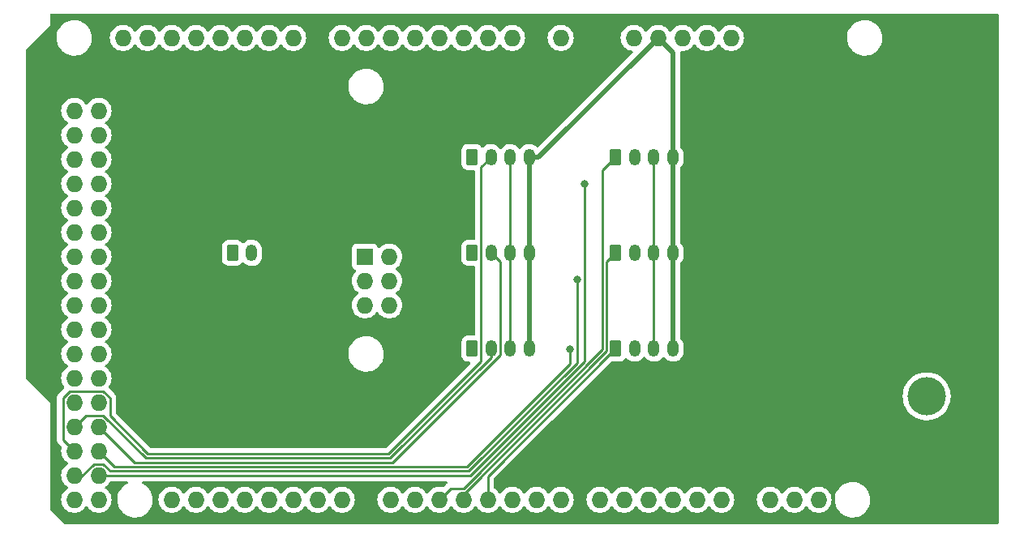
<source format=gbr>
%TF.GenerationSoftware,KiCad,Pcbnew,7.0.7*%
%TF.CreationDate,2024-03-03T00:58:18-08:00*%
%TF.ProjectId,arduino-due-shield,61726475-696e-46f2-9d64-75652d736869,rev?*%
%TF.SameCoordinates,Original*%
%TF.FileFunction,Copper,L2,Bot*%
%TF.FilePolarity,Positive*%
%FSLAX46Y46*%
G04 Gerber Fmt 4.6, Leading zero omitted, Abs format (unit mm)*
G04 Created by KiCad (PCBNEW 7.0.7) date 2024-03-03 00:58:18*
%MOMM*%
%LPD*%
G01*
G04 APERTURE LIST*
G04 Aperture macros list*
%AMRoundRect*
0 Rectangle with rounded corners*
0 $1 Rounding radius*
0 $2 $3 $4 $5 $6 $7 $8 $9 X,Y pos of 4 corners*
0 Add a 4 corners polygon primitive as box body*
4,1,4,$2,$3,$4,$5,$6,$7,$8,$9,$2,$3,0*
0 Add four circle primitives for the rounded corners*
1,1,$1+$1,$2,$3*
1,1,$1+$1,$4,$5*
1,1,$1+$1,$6,$7*
1,1,$1+$1,$8,$9*
0 Add four rect primitives between the rounded corners*
20,1,$1+$1,$2,$3,$4,$5,0*
20,1,$1+$1,$4,$5,$6,$7,0*
20,1,$1+$1,$6,$7,$8,$9,0*
20,1,$1+$1,$8,$9,$2,$3,0*%
G04 Aperture macros list end*
%TA.AperFunction,ComponentPad*%
%ADD10RoundRect,0.250000X-0.350000X-0.625000X0.350000X-0.625000X0.350000X0.625000X-0.350000X0.625000X0*%
%TD*%
%TA.AperFunction,ComponentPad*%
%ADD11O,1.200000X1.750000*%
%TD*%
%TA.AperFunction,ComponentPad*%
%ADD12O,1.727200X1.727200*%
%TD*%
%TA.AperFunction,ComponentPad*%
%ADD13R,1.727200X1.727200*%
%TD*%
%TA.AperFunction,ComponentPad*%
%ADD14R,3.800000X3.800000*%
%TD*%
%TA.AperFunction,ComponentPad*%
%ADD15C,4.000000*%
%TD*%
%TA.AperFunction,ViaPad*%
%ADD16C,0.800000*%
%TD*%
%TA.AperFunction,Conductor*%
%ADD17C,0.500000*%
%TD*%
%TA.AperFunction,Conductor*%
%ADD18C,0.250000*%
%TD*%
G04 APERTURE END LIST*
D10*
%TO.P,J6,1,Pin_1*%
%TO.N,Net-(A1-PadD5)*%
X70000000Y-40000000D03*
D11*
%TO.P,J6,2,Pin_2*%
%TO.N,Net-(A1-PadD25)*%
X72000000Y-40000000D03*
%TO.P,J6,3,Pin_3*%
%TO.N,Net-(A1-PadD13)*%
X74000000Y-40000000D03*
%TO.P,J6,4,Pin_4*%
%TO.N,Net-(A1-3.3V)*%
X76000000Y-40000000D03*
%TD*%
D10*
%TO.P,J8,1,Pin_1*%
%TO.N,Net-(A1-PadD7)*%
X70000000Y-60000000D03*
D11*
%TO.P,J8,2,Pin_2*%
%TO.N,Net-(A1-PadD27)*%
X72000000Y-60000000D03*
%TO.P,J8,3,Pin_3*%
%TO.N,Net-(A1-PadD13)*%
X74000000Y-60000000D03*
%TO.P,J8,4,Pin_4*%
%TO.N,Net-(A1-3.3V)*%
X76000000Y-60000000D03*
%TD*%
D10*
%TO.P,J5,1,Pin_1*%
%TO.N,Net-(A1-D4_CS1)*%
X85000000Y-60000000D03*
D11*
%TO.P,J5,2,Pin_2*%
%TO.N,Net-(A1-PadD24)*%
X87000000Y-60000000D03*
%TO.P,J5,3,Pin_3*%
%TO.N,Net-(A1-PadD13)*%
X89000000Y-60000000D03*
%TO.P,J5,4,Pin_4*%
%TO.N,Net-(A1-3.3V)*%
X91000000Y-60000000D03*
%TD*%
D12*
%TO.P,A1,*%
%TO.N,*%
X97060000Y-27540000D03*
%TO.P,A1,3V3,3.3V*%
%TO.N,Net-(A1-3.3V)*%
X89440000Y-27540000D03*
%TO.P,A1,5V1,5V*%
%TO.N,unconnected-(A1-5V-Pad5V1)*%
X86900000Y-27540000D03*
%TO.P,A1,5V2,SPI_5V*%
%TO.N,unconnected-(A1-SPI_5V-Pad5V2)*%
X58833000Y-55480000D03*
%TO.P,A1,5V3,5V*%
%TO.N,unconnected-(A1-5V-Pad5V3)*%
X31020000Y-75800000D03*
%TO.P,A1,5V4,5V*%
%TO.N,unconnected-(A1-5V-Pad5V4)*%
X28480000Y-75800000D03*
%TO.P,A1,A0,A0*%
%TO.N,unconnected-(A1-PadA0)*%
X74200000Y-27540000D03*
%TO.P,A1,A1,A1*%
%TO.N,unconnected-(A1-PadA1)*%
X71660000Y-27540000D03*
%TO.P,A1,A2,A2*%
%TO.N,unconnected-(A1-PadA2)*%
X69120000Y-27540000D03*
%TO.P,A1,A3,A3*%
%TO.N,unconnected-(A1-PadA3)*%
X66580000Y-27540000D03*
%TO.P,A1,A4,A4*%
%TO.N,unconnected-(A1-PadA4)*%
X64040000Y-27540000D03*
%TO.P,A1,A5,A5*%
%TO.N,unconnected-(A1-PadA5)*%
X61500000Y-27540000D03*
%TO.P,A1,A6,A6*%
%TO.N,unconnected-(A1-PadA6)*%
X58960000Y-27540000D03*
%TO.P,A1,A7,A7*%
%TO.N,unconnected-(A1-PadA7)*%
X56420000Y-27540000D03*
%TO.P,A1,A8,A8*%
%TO.N,unconnected-(A1-PadA8)*%
X51340000Y-27540000D03*
%TO.P,A1,A9,A9*%
%TO.N,unconnected-(A1-PadA9)*%
X48800000Y-27540000D03*
%TO.P,A1,A10,A10*%
%TO.N,unconnected-(A1-PadA10)*%
X46260000Y-27540000D03*
%TO.P,A1,A11,A11*%
%TO.N,unconnected-(A1-PadA11)*%
X43720000Y-27540000D03*
%TO.P,A1,AREF,AREF*%
%TO.N,unconnected-(A1-PadAREF)*%
X101124000Y-75800000D03*
%TO.P,A1,CANR,CANRX*%
%TO.N,Net-(A1-CANRX)*%
X36100000Y-27540000D03*
%TO.P,A1,CANT,CANTX*%
%TO.N,Net-(A1-CANTX)*%
X33560000Y-27540000D03*
%TO.P,A1,D0,D0/RX0*%
%TO.N,unconnected-(A1-D0{slash}RX0-PadD0)*%
X61500000Y-75800000D03*
%TO.P,A1,D1,D1/TX0*%
%TO.N,unconnected-(A1-D1{slash}TX0-PadD1)*%
X64040000Y-75800000D03*
%TO.P,A1,D2,D2*%
%TO.N,Net-(A1-PadD2)*%
X66580000Y-75800000D03*
%TO.P,A1,D3,D3*%
%TO.N,Net-(A1-PadD3)*%
X69120000Y-75800000D03*
%TO.P,A1,D4,D4_CS1*%
%TO.N,Net-(A1-D4_CS1)*%
X71660000Y-75800000D03*
%TO.P,A1,D5,D5*%
%TO.N,Net-(A1-PadD5)*%
X74200000Y-75800000D03*
%TO.P,A1,D6,D6*%
%TO.N,Net-(A1-PadD6)*%
X76740000Y-75800000D03*
%TO.P,A1,D7,D7*%
%TO.N,Net-(A1-PadD7)*%
X79280000Y-75800000D03*
%TO.P,A1,D8,D8*%
%TO.N,unconnected-(A1-PadD8)*%
X83344000Y-75800000D03*
%TO.P,A1,D9,D9*%
%TO.N,unconnected-(A1-PadD9)*%
X85884000Y-75800000D03*
%TO.P,A1,D10,D10_CS0*%
%TO.N,unconnected-(A1-D10_CS0-PadD10)*%
X88424000Y-75800000D03*
%TO.P,A1,D11,D11*%
%TO.N,unconnected-(A1-PadD11)*%
X90964000Y-75800000D03*
%TO.P,A1,D12,D12*%
%TO.N,unconnected-(A1-PadD12)*%
X93504000Y-75800000D03*
%TO.P,A1,D13,D13*%
%TO.N,Net-(A1-PadD13)*%
X96044000Y-75800000D03*
%TO.P,A1,D14,D14/TX3*%
%TO.N,unconnected-(A1-D14{slash}TX3-PadD14)*%
X56420000Y-75800000D03*
%TO.P,A1,D15,D15/RX3*%
%TO.N,unconnected-(A1-D15{slash}RX3-PadD15)*%
X53880000Y-75800000D03*
%TO.P,A1,D16,D16/TX2*%
%TO.N,unconnected-(A1-D16{slash}TX2-PadD16)*%
X51340000Y-75800000D03*
%TO.P,A1,D17,D17/RX2*%
%TO.N,unconnected-(A1-D17{slash}RX2-PadD17)*%
X48800000Y-75800000D03*
%TO.P,A1,D18,D18/TX1*%
%TO.N,unconnected-(A1-D18{slash}TX1-PadD18)*%
X46260000Y-75800000D03*
%TO.P,A1,D19,D19/RX1*%
%TO.N,unconnected-(A1-D19{slash}RX1-PadD19)*%
X43720000Y-75800000D03*
%TO.P,A1,D20,D20/SDA*%
%TO.N,unconnected-(A1-D20{slash}SDA-PadD20)*%
X41180000Y-75800000D03*
%TO.P,A1,D21,D21/SCL*%
%TO.N,unconnected-(A1-D21{slash}SCL-PadD21)*%
X38640000Y-75800000D03*
%TO.P,A1,D22,D22*%
%TO.N,Net-(A1-PadD22)*%
X31020000Y-73260000D03*
%TO.P,A1,D23,D23*%
%TO.N,Net-(A1-PadD23)*%
X28480000Y-73260000D03*
%TO.P,A1,D24,D24*%
%TO.N,Net-(A1-PadD24)*%
X31020000Y-70720000D03*
%TO.P,A1,D25,D25*%
%TO.N,Net-(A1-PadD25)*%
X28480000Y-70720000D03*
%TO.P,A1,D26,D26*%
%TO.N,Net-(A1-PadD26)*%
X31020000Y-68180000D03*
%TO.P,A1,D27,D27*%
%TO.N,Net-(A1-PadD27)*%
X28480000Y-68180000D03*
%TO.P,A1,D28,D28*%
%TO.N,unconnected-(A1-PadD28)*%
X31020000Y-65640000D03*
%TO.P,A1,D29,D29*%
%TO.N,unconnected-(A1-PadD29)*%
X28480000Y-65640000D03*
%TO.P,A1,D30,D30*%
%TO.N,unconnected-(A1-PadD30)*%
X31020000Y-63100000D03*
%TO.P,A1,D31,D31*%
%TO.N,unconnected-(A1-PadD31)*%
X28480000Y-63100000D03*
%TO.P,A1,D32,D32*%
%TO.N,unconnected-(A1-PadD32)*%
X31020000Y-60560000D03*
%TO.P,A1,D33,D33*%
%TO.N,unconnected-(A1-PadD33)*%
X28480000Y-60560000D03*
%TO.P,A1,D34,D34*%
%TO.N,unconnected-(A1-PadD34)*%
X31020000Y-58020000D03*
%TO.P,A1,D35,D35*%
%TO.N,unconnected-(A1-PadD35)*%
X28480000Y-58020000D03*
%TO.P,A1,D36,D36*%
%TO.N,unconnected-(A1-PadD36)*%
X31020000Y-55480000D03*
%TO.P,A1,D37,D37*%
%TO.N,unconnected-(A1-PadD37)*%
X28480000Y-55480000D03*
%TO.P,A1,D38,D38*%
%TO.N,unconnected-(A1-PadD38)*%
X31020000Y-52940000D03*
%TO.P,A1,D39,D39*%
%TO.N,unconnected-(A1-PadD39)*%
X28480000Y-52940000D03*
%TO.P,A1,D40,D40*%
%TO.N,unconnected-(A1-PadD40)*%
X31020000Y-50400000D03*
%TO.P,A1,D41,D41*%
%TO.N,unconnected-(A1-PadD41)*%
X28480000Y-50400000D03*
%TO.P,A1,D42,D42*%
%TO.N,unconnected-(A1-PadD42)*%
X31020000Y-47860000D03*
%TO.P,A1,D43,D43*%
%TO.N,unconnected-(A1-PadD43)*%
X28480000Y-47860000D03*
%TO.P,A1,D44,D44*%
%TO.N,unconnected-(A1-PadD44)*%
X31020000Y-45320000D03*
%TO.P,A1,D45,D45*%
%TO.N,unconnected-(A1-PadD45)*%
X28480000Y-45320000D03*
%TO.P,A1,D46,D46*%
%TO.N,unconnected-(A1-PadD46)*%
X31020000Y-42780000D03*
%TO.P,A1,D47,D47*%
%TO.N,unconnected-(A1-PadD47)*%
X28480000Y-42780000D03*
%TO.P,A1,D48,D48*%
%TO.N,unconnected-(A1-PadD48)*%
X31020000Y-40240000D03*
%TO.P,A1,D49,D49*%
%TO.N,unconnected-(A1-PadD49)*%
X28480000Y-40240000D03*
%TO.P,A1,D50,D50*%
%TO.N,unconnected-(A1-PadD50)*%
X31020000Y-37700000D03*
%TO.P,A1,D51,D51*%
%TO.N,unconnected-(A1-PadD51)*%
X28480000Y-37700000D03*
%TO.P,A1,D52,D52_CS2*%
%TO.N,unconnected-(A1-D52_CS2-PadD52)*%
X31020000Y-35160000D03*
%TO.P,A1,D53,D53*%
%TO.N,unconnected-(A1-PadD53)*%
X28480000Y-35160000D03*
%TO.P,A1,DAC0,DAC0*%
%TO.N,unconnected-(A1-PadDAC0)*%
X41180000Y-27540000D03*
%TO.P,A1,DAC1,DAC1*%
%TO.N,unconnected-(A1-PadDAC1)*%
X38640000Y-27540000D03*
D13*
%TO.P,A1,GND1,GND*%
%TO.N,GND*%
X98584000Y-75800000D03*
%TO.P,A1,GND2,GND*%
X84360000Y-27540000D03*
%TO.P,A1,GND3,GND*%
X81820000Y-27540000D03*
%TO.P,A1,GND4,SPI_GND*%
%TO.N,unconnected-(A1-SPI_GND-PadGND4)*%
X58833000Y-50400000D03*
%TO.P,A1,GND5,GND*%
%TO.N,GND*%
X31020000Y-32620000D03*
%TO.P,A1,GND6,GND*%
X28480000Y-32620000D03*
D12*
%TO.P,A1,IORF,IOREF*%
%TO.N,unconnected-(A1-IOREF-PadIORF)*%
X94520000Y-27540000D03*
%TO.P,A1,MISO,SPI_MISO*%
%TO.N,unconnected-(A1-SPI_MISO-PadMISO)*%
X61373000Y-55480000D03*
%TO.P,A1,MOSI,SPI_MOSI*%
%TO.N,unconnected-(A1-SPI_MOSI-PadMOSI)*%
X58833000Y-52940000D03*
%TO.P,A1,RST1,RESET*%
%TO.N,unconnected-(A1-RESET-PadRST1)*%
X91980000Y-27540000D03*
%TO.P,A1,RST2,SPI_RESET*%
%TO.N,unconnected-(A1-SPI_RESET-PadRST2)*%
X61373000Y-50400000D03*
%TO.P,A1,SCK,SPI_SCK*%
%TO.N,unconnected-(A1-SPI_SCK-PadSCK)*%
X61373000Y-52940000D03*
%TO.P,A1,SCL1,SCL1*%
%TO.N,unconnected-(A1-PadSCL1)*%
X106204000Y-75800000D03*
%TO.P,A1,SDA1,SDA1*%
%TO.N,unconnected-(A1-PadSDA1)*%
X103664000Y-75800000D03*
%TO.P,A1,VIN,VIN*%
%TO.N,Net-(U2-OUT)*%
X79280000Y-27540000D03*
%TD*%
D14*
%TO.P,J1,1,Pin_1*%
%TO.N,GND*%
X117500000Y-70000000D03*
D15*
%TO.P,J1,2,Pin_2*%
%TO.N,Net-(J1-Pin_2)*%
X117500000Y-65000000D03*
%TD*%
D10*
%TO.P,J2,1,Pin_1*%
%TO.N,Net-(U1-CANH)*%
X45000000Y-50000000D03*
D11*
%TO.P,J2,2,Pin_2*%
%TO.N,Net-(U1-CANL)*%
X47000000Y-50000000D03*
%TD*%
D10*
%TO.P,J7,1,Pin_1*%
%TO.N,Net-(A1-PadD6)*%
X70000000Y-50000000D03*
D11*
%TO.P,J7,2,Pin_2*%
%TO.N,Net-(A1-PadD26)*%
X72000000Y-50000000D03*
%TO.P,J7,3,Pin_3*%
%TO.N,Net-(A1-PadD13)*%
X74000000Y-50000000D03*
%TO.P,J7,4,Pin_4*%
%TO.N,Net-(A1-3.3V)*%
X76000000Y-50000000D03*
%TD*%
D10*
%TO.P,J3,1,Pin_1*%
%TO.N,Net-(A1-PadD2)*%
X85000000Y-40000000D03*
D11*
%TO.P,J3,2,Pin_2*%
%TO.N,Net-(A1-PadD22)*%
X87000000Y-40000000D03*
%TO.P,J3,3,Pin_3*%
%TO.N,Net-(A1-PadD13)*%
X89000000Y-40000000D03*
%TO.P,J3,4,Pin_4*%
%TO.N,Net-(A1-3.3V)*%
X91000000Y-40000000D03*
%TD*%
D10*
%TO.P,J4,1,Pin_1*%
%TO.N,Net-(A1-PadD3)*%
X85000000Y-50000000D03*
D11*
%TO.P,J4,2,Pin_2*%
%TO.N,Net-(A1-PadD23)*%
X87000000Y-50000000D03*
%TO.P,J4,3,Pin_3*%
%TO.N,Net-(A1-PadD13)*%
X89000000Y-50000000D03*
%TO.P,J4,4,Pin_4*%
%TO.N,Net-(A1-3.3V)*%
X91000000Y-50000000D03*
%TD*%
D16*
%TO.N,GND*%
X111760000Y-37338000D03*
X33274000Y-60706000D03*
X39370000Y-38100000D03*
X113284000Y-37338000D03*
X90932000Y-73660000D03*
X113284000Y-38862000D03*
X40894000Y-39624000D03*
X33274000Y-63246000D03*
X83312000Y-73660000D03*
X88392000Y-73660000D03*
X33274000Y-58166000D03*
X85852000Y-73660000D03*
X111760000Y-38862000D03*
X37846000Y-36830000D03*
X33274000Y-55626000D03*
%TO.N,Net-(A1-PadD22)*%
X81737200Y-42824400D03*
%TO.N,Net-(A1-PadD23)*%
X80975200Y-52781200D03*
%TO.N,Net-(A1-PadD24)*%
X80213200Y-60096400D03*
%TD*%
D17*
%TO.N,Net-(A1-3.3V)*%
X91000000Y-40000000D02*
X91000000Y-50000000D01*
X76000000Y-60000000D02*
X76000000Y-50000000D01*
X91000000Y-29100000D02*
X89440000Y-27540000D01*
X76000000Y-40000000D02*
X76000000Y-50000000D01*
X76000000Y-40000000D02*
X76980000Y-40000000D01*
X91000000Y-60000000D02*
X91000000Y-50000000D01*
X91000000Y-40000000D02*
X91000000Y-29100000D01*
X76980000Y-40000000D02*
X89440000Y-27540000D01*
D18*
%TO.N,Net-(A1-PadD2)*%
X67768600Y-74611400D02*
X69115808Y-74611400D01*
X66580000Y-75800000D02*
X67768600Y-74611400D01*
X83625000Y-60102208D02*
X83625000Y-41375000D01*
X69115808Y-74611400D02*
X83625000Y-60102208D01*
X83625000Y-41375000D02*
X85000000Y-40000000D01*
%TO.N,Net-(A1-PadD22)*%
X81737200Y-61353612D02*
X81737200Y-42824400D01*
X31020000Y-73260000D02*
X69830812Y-73260000D01*
X69830812Y-73260000D02*
X81737200Y-61353612D01*
%TO.N,Net-(A1-PadD13)*%
X89000000Y-60000000D02*
X89000000Y-50000000D01*
X74000000Y-50000000D02*
X74000000Y-40000000D01*
X74000000Y-60000000D02*
X74000000Y-50000000D01*
X89000000Y-40000000D02*
X89000000Y-50000000D01*
%TO.N,Net-(A1-PadD3)*%
X69120000Y-75243604D02*
X84075000Y-60288604D01*
X84075000Y-50925000D02*
X85000000Y-50000000D01*
X69120000Y-75800000D02*
X69120000Y-75243604D01*
X84075000Y-60288604D02*
X84075000Y-50925000D01*
%TO.N,Net-(A1-PadD23)*%
X80975200Y-61479216D02*
X80975200Y-52781200D01*
X30527665Y-72071400D02*
X31512335Y-72071400D01*
X28981600Y-73761600D02*
X28981600Y-73617465D01*
X32250935Y-72810000D02*
X69644416Y-72810000D01*
X31512335Y-72071400D02*
X32250935Y-72810000D01*
X28480000Y-73260000D02*
X28981600Y-73761600D01*
X69644416Y-72810000D02*
X80975200Y-61479216D01*
X28981600Y-73617465D02*
X30527665Y-72071400D01*
%TO.N,Net-(A1-D4_CS1)*%
X71660000Y-73340000D02*
X85000000Y-60000000D01*
X71660000Y-75800000D02*
X71660000Y-73340000D01*
%TO.N,Net-(A1-PadD24)*%
X32660000Y-72360000D02*
X69458020Y-72360000D01*
X80213200Y-61604820D02*
X80213200Y-60096400D01*
X31020000Y-70720000D02*
X32660000Y-72360000D01*
X69458020Y-72360000D02*
X80213200Y-61604820D01*
%TO.N,Net-(A1-PadD25)*%
X32208600Y-67051268D02*
X36167332Y-71010000D01*
X61300356Y-71010000D02*
X70967600Y-61342756D01*
X31512335Y-64451400D02*
X32208600Y-65147665D01*
X27987665Y-64451400D02*
X31512335Y-64451400D01*
X70967600Y-61342756D02*
X70967600Y-41032400D01*
X32208600Y-65147665D02*
X32208600Y-67051268D01*
X70967600Y-41032400D02*
X72000000Y-40000000D01*
X36167332Y-71010000D02*
X61300356Y-71010000D01*
X27291400Y-65147665D02*
X27987665Y-64451400D01*
X28480000Y-70720000D02*
X27291400Y-69531400D01*
X27291400Y-69531400D02*
X27291400Y-65147665D01*
%TO.N,Net-(A1-PadD26)*%
X34750000Y-71910000D02*
X61673148Y-71910000D01*
X61673148Y-71910000D02*
X72948800Y-60634348D01*
X72948800Y-50948800D02*
X72000000Y-50000000D01*
X31020000Y-68180000D02*
X34750000Y-71910000D01*
X72948800Y-60634348D02*
X72948800Y-50948800D01*
%TO.N,Net-(A1-PadD27)*%
X72000000Y-60946752D02*
X72000000Y-60000000D01*
X35980935Y-71460000D02*
X61486752Y-71460000D01*
X29668600Y-66991400D02*
X28480000Y-68180000D01*
X35980935Y-71460000D02*
X31512335Y-66991400D01*
X61486752Y-71460000D02*
X72000000Y-60946752D01*
X31512335Y-66991400D02*
X29668600Y-66991400D01*
%TD*%
%TA.AperFunction,Conductor*%
%TO.N,GND*%
G36*
X124942539Y-25020185D02*
G01*
X124988294Y-25072989D01*
X124999500Y-25124500D01*
X124999500Y-78215500D01*
X124979815Y-78282539D01*
X124927011Y-78328294D01*
X124875500Y-78339500D01*
X27515569Y-78339500D01*
X27448530Y-78319815D01*
X27427888Y-78303181D01*
X25976819Y-76852111D01*
X25943334Y-76790788D01*
X25940500Y-76764430D01*
X25940500Y-65662662D01*
X25940539Y-65640002D01*
X25940541Y-65640000D01*
X25940540Y-65639997D01*
X25940500Y-65639899D01*
X25940384Y-65639619D01*
X25940383Y-65639618D01*
X25940383Y-65639617D01*
X25940381Y-65639616D01*
X25923252Y-65622430D01*
X25922903Y-65622196D01*
X25428567Y-65127860D01*
X26661240Y-65127860D01*
X26665625Y-65174248D01*
X26665900Y-65180086D01*
X26665900Y-69448655D01*
X26664175Y-69464272D01*
X26664461Y-69464299D01*
X26663726Y-69472065D01*
X26665900Y-69541214D01*
X26665900Y-69570743D01*
X26665901Y-69570760D01*
X26666768Y-69577631D01*
X26667226Y-69583450D01*
X26668690Y-69630024D01*
X26668691Y-69630027D01*
X26674280Y-69649267D01*
X26678224Y-69668311D01*
X26680736Y-69688191D01*
X26697890Y-69731519D01*
X26699782Y-69737047D01*
X26712781Y-69781788D01*
X26722980Y-69799034D01*
X26731538Y-69816503D01*
X26738914Y-69835132D01*
X26766298Y-69872823D01*
X26769506Y-69877707D01*
X26793227Y-69917816D01*
X26793233Y-69917824D01*
X26807390Y-69931980D01*
X26820028Y-69946776D01*
X26831805Y-69962986D01*
X26831806Y-69962987D01*
X26867709Y-69992688D01*
X26872020Y-69996610D01*
X26941158Y-70065748D01*
X27128612Y-70253203D01*
X27162097Y-70314526D01*
X27161137Y-70371323D01*
X27129892Y-70494708D01*
X27111225Y-70719993D01*
X27111225Y-70720006D01*
X27129892Y-70945289D01*
X27185388Y-71164439D01*
X27276198Y-71371466D01*
X27399842Y-71560716D01*
X27399850Y-71560727D01*
X27526387Y-71698181D01*
X27552954Y-71727040D01*
X27731351Y-71865893D01*
X27759165Y-71880945D01*
X27808755Y-71930165D01*
X27823863Y-71998382D01*
X27799692Y-72063937D01*
X27759165Y-72099055D01*
X27731352Y-72114106D01*
X27552955Y-72252959D01*
X27552950Y-72252963D01*
X27399850Y-72419272D01*
X27399842Y-72419283D01*
X27276198Y-72608533D01*
X27185388Y-72815560D01*
X27129892Y-73034710D01*
X27111225Y-73259993D01*
X27111225Y-73260006D01*
X27129892Y-73485289D01*
X27185388Y-73704439D01*
X27276198Y-73911466D01*
X27399842Y-74100716D01*
X27399850Y-74100727D01*
X27503845Y-74213694D01*
X27552954Y-74267040D01*
X27731351Y-74405893D01*
X27753930Y-74418112D01*
X27759165Y-74420945D01*
X27808755Y-74470165D01*
X27823863Y-74538382D01*
X27799692Y-74603937D01*
X27759165Y-74639055D01*
X27731352Y-74654106D01*
X27552955Y-74792959D01*
X27552950Y-74792963D01*
X27399850Y-74959272D01*
X27399842Y-74959283D01*
X27276198Y-75148533D01*
X27185388Y-75355560D01*
X27129892Y-75574710D01*
X27111225Y-75799993D01*
X27111225Y-75800006D01*
X27129892Y-76025289D01*
X27185388Y-76244439D01*
X27276198Y-76451466D01*
X27399842Y-76640716D01*
X27399850Y-76640727D01*
X27552950Y-76807036D01*
X27552954Y-76807040D01*
X27731351Y-76945893D01*
X27930169Y-77053488D01*
X27930172Y-77053489D01*
X28143982Y-77126890D01*
X28143984Y-77126890D01*
X28143986Y-77126891D01*
X28366967Y-77164100D01*
X28366968Y-77164100D01*
X28593032Y-77164100D01*
X28593033Y-77164100D01*
X28816014Y-77126891D01*
X29029831Y-77053488D01*
X29228649Y-76945893D01*
X29407046Y-76807040D01*
X29506832Y-76698643D01*
X29560149Y-76640727D01*
X29560149Y-76640726D01*
X29560156Y-76640719D01*
X29646193Y-76509028D01*
X29699338Y-76463675D01*
X29768569Y-76454251D01*
X29831905Y-76483753D01*
X29853804Y-76509025D01*
X29939844Y-76640719D01*
X29939849Y-76640724D01*
X29939850Y-76640727D01*
X30092950Y-76807036D01*
X30092954Y-76807040D01*
X30271351Y-76945893D01*
X30470169Y-77053488D01*
X30470172Y-77053489D01*
X30683982Y-77126890D01*
X30683984Y-77126890D01*
X30683986Y-77126891D01*
X30906967Y-77164100D01*
X30906968Y-77164100D01*
X31133032Y-77164100D01*
X31133033Y-77164100D01*
X31356014Y-77126891D01*
X31569831Y-77053488D01*
X31768649Y-76945893D01*
X31947046Y-76807040D01*
X32046832Y-76698643D01*
X32100149Y-76640727D01*
X32100151Y-76640724D01*
X32100156Y-76640719D01*
X32223802Y-76451465D01*
X32314611Y-76244441D01*
X32370107Y-76025293D01*
X32388775Y-75800000D01*
X32388775Y-75799993D01*
X32370107Y-75574710D01*
X32370107Y-75574707D01*
X32314611Y-75355559D01*
X32223802Y-75148535D01*
X32100156Y-74959281D01*
X32100153Y-74959278D01*
X32100149Y-74959272D01*
X31947049Y-74792963D01*
X31947048Y-74792962D01*
X31947046Y-74792960D01*
X31768649Y-74654107D01*
X31768647Y-74654106D01*
X31768646Y-74654105D01*
X31768639Y-74654100D01*
X31740836Y-74639055D01*
X31691244Y-74589837D01*
X31676135Y-74521620D01*
X31700306Y-74456064D01*
X31740836Y-74420945D01*
X31768639Y-74405899D01*
X31768642Y-74405896D01*
X31768649Y-74405893D01*
X31947046Y-74267040D01*
X32080772Y-74121776D01*
X32100149Y-74100727D01*
X32100151Y-74100724D01*
X32100156Y-74100719D01*
X32193406Y-73957989D01*
X32204063Y-73941678D01*
X32257209Y-73896322D01*
X32307871Y-73885500D01*
X33985992Y-73885500D01*
X34053031Y-73905185D01*
X34098786Y-73957989D01*
X34108730Y-74027147D01*
X34079705Y-74090703D01*
X34045655Y-74116452D01*
X34046394Y-74117768D01*
X33806226Y-74252557D01*
X33806224Y-74252558D01*
X33806223Y-74252559D01*
X33743893Y-74300688D01*
X33591822Y-74418112D01*
X33403822Y-74613109D01*
X33403816Y-74613116D01*
X33246202Y-74833419D01*
X33246199Y-74833424D01*
X33122350Y-75074309D01*
X33122343Y-75074327D01*
X33034884Y-75330685D01*
X33034881Y-75330699D01*
X32985681Y-75597068D01*
X32985680Y-75597075D01*
X32975787Y-75867763D01*
X33005413Y-76137013D01*
X33005415Y-76137024D01*
X33048166Y-76300548D01*
X33073928Y-76399088D01*
X33179870Y-76648390D01*
X33304200Y-76852111D01*
X33320979Y-76879605D01*
X33320986Y-76879615D01*
X33494253Y-77087819D01*
X33494259Y-77087824D01*
X33695998Y-77268582D01*
X33921910Y-77418044D01*
X34167176Y-77533020D01*
X34167183Y-77533022D01*
X34167185Y-77533023D01*
X34426557Y-77611057D01*
X34426564Y-77611058D01*
X34426569Y-77611060D01*
X34694561Y-77650500D01*
X34694566Y-77650500D01*
X34897636Y-77650500D01*
X34949133Y-77646730D01*
X35100156Y-77635677D01*
X35212758Y-77610593D01*
X35364546Y-77576782D01*
X35364548Y-77576781D01*
X35364553Y-77576780D01*
X35617558Y-77480014D01*
X35853777Y-77347441D01*
X36068177Y-77181888D01*
X36256186Y-76986881D01*
X36413799Y-76766579D01*
X36487787Y-76622669D01*
X36537649Y-76525690D01*
X36537651Y-76525684D01*
X36537656Y-76525675D01*
X36625118Y-76269305D01*
X36674319Y-76002933D01*
X36681735Y-75800006D01*
X37271225Y-75800006D01*
X37289892Y-76025289D01*
X37345388Y-76244439D01*
X37436198Y-76451466D01*
X37559842Y-76640716D01*
X37559850Y-76640727D01*
X37712950Y-76807036D01*
X37712954Y-76807040D01*
X37891351Y-76945893D01*
X38090169Y-77053488D01*
X38090172Y-77053489D01*
X38303982Y-77126890D01*
X38303984Y-77126890D01*
X38303986Y-77126891D01*
X38526967Y-77164100D01*
X38526968Y-77164100D01*
X38753032Y-77164100D01*
X38753033Y-77164100D01*
X38976014Y-77126891D01*
X39189831Y-77053488D01*
X39388649Y-76945893D01*
X39567046Y-76807040D01*
X39666832Y-76698643D01*
X39720149Y-76640727D01*
X39720149Y-76640726D01*
X39720156Y-76640719D01*
X39806193Y-76509028D01*
X39859338Y-76463675D01*
X39928569Y-76454251D01*
X39991905Y-76483753D01*
X40013804Y-76509025D01*
X40099844Y-76640719D01*
X40099849Y-76640724D01*
X40099850Y-76640727D01*
X40252950Y-76807036D01*
X40252954Y-76807040D01*
X40431351Y-76945893D01*
X40630169Y-77053488D01*
X40630172Y-77053489D01*
X40843982Y-77126890D01*
X40843984Y-77126890D01*
X40843986Y-77126891D01*
X41066967Y-77164100D01*
X41066968Y-77164100D01*
X41293032Y-77164100D01*
X41293033Y-77164100D01*
X41516014Y-77126891D01*
X41729831Y-77053488D01*
X41928649Y-76945893D01*
X42107046Y-76807040D01*
X42206832Y-76698643D01*
X42260149Y-76640727D01*
X42260149Y-76640726D01*
X42260156Y-76640719D01*
X42346193Y-76509028D01*
X42399338Y-76463675D01*
X42468569Y-76454251D01*
X42531905Y-76483753D01*
X42553804Y-76509025D01*
X42639844Y-76640719D01*
X42639849Y-76640724D01*
X42639850Y-76640727D01*
X42792950Y-76807036D01*
X42792954Y-76807040D01*
X42971351Y-76945893D01*
X43170169Y-77053488D01*
X43170172Y-77053489D01*
X43383982Y-77126890D01*
X43383984Y-77126890D01*
X43383986Y-77126891D01*
X43606967Y-77164100D01*
X43606968Y-77164100D01*
X43833032Y-77164100D01*
X43833033Y-77164100D01*
X44056014Y-77126891D01*
X44269831Y-77053488D01*
X44468649Y-76945893D01*
X44647046Y-76807040D01*
X44746832Y-76698643D01*
X44800149Y-76640727D01*
X44800149Y-76640726D01*
X44800156Y-76640719D01*
X44886193Y-76509028D01*
X44939338Y-76463675D01*
X45008569Y-76454251D01*
X45071905Y-76483753D01*
X45093804Y-76509025D01*
X45179844Y-76640719D01*
X45179849Y-76640724D01*
X45179850Y-76640727D01*
X45332950Y-76807036D01*
X45332954Y-76807040D01*
X45511351Y-76945893D01*
X45710169Y-77053488D01*
X45710172Y-77053489D01*
X45923982Y-77126890D01*
X45923984Y-77126890D01*
X45923986Y-77126891D01*
X46146967Y-77164100D01*
X46146968Y-77164100D01*
X46373032Y-77164100D01*
X46373033Y-77164100D01*
X46596014Y-77126891D01*
X46809831Y-77053488D01*
X47008649Y-76945893D01*
X47187046Y-76807040D01*
X47286832Y-76698643D01*
X47340149Y-76640727D01*
X47340151Y-76640724D01*
X47340156Y-76640719D01*
X47426193Y-76509029D01*
X47479336Y-76463675D01*
X47548567Y-76454251D01*
X47611903Y-76483753D01*
X47633807Y-76509031D01*
X47719842Y-76640716D01*
X47719850Y-76640727D01*
X47872950Y-76807036D01*
X47872954Y-76807040D01*
X48051351Y-76945893D01*
X48250169Y-77053488D01*
X48250172Y-77053489D01*
X48463982Y-77126890D01*
X48463984Y-77126890D01*
X48463986Y-77126891D01*
X48686967Y-77164100D01*
X48686968Y-77164100D01*
X48913032Y-77164100D01*
X48913033Y-77164100D01*
X49136014Y-77126891D01*
X49349831Y-77053488D01*
X49548649Y-76945893D01*
X49727046Y-76807040D01*
X49826832Y-76698643D01*
X49880149Y-76640727D01*
X49880149Y-76640726D01*
X49880156Y-76640719D01*
X49966193Y-76509028D01*
X50019338Y-76463675D01*
X50088569Y-76454251D01*
X50151905Y-76483753D01*
X50173804Y-76509025D01*
X50259844Y-76640719D01*
X50259849Y-76640724D01*
X50259850Y-76640727D01*
X50412950Y-76807036D01*
X50412954Y-76807040D01*
X50591351Y-76945893D01*
X50790169Y-77053488D01*
X50790172Y-77053489D01*
X51003982Y-77126890D01*
X51003984Y-77126890D01*
X51003986Y-77126891D01*
X51226967Y-77164100D01*
X51226968Y-77164100D01*
X51453032Y-77164100D01*
X51453033Y-77164100D01*
X51676014Y-77126891D01*
X51889831Y-77053488D01*
X52088649Y-76945893D01*
X52267046Y-76807040D01*
X52366832Y-76698643D01*
X52420149Y-76640727D01*
X52420149Y-76640726D01*
X52420156Y-76640719D01*
X52506193Y-76509028D01*
X52559338Y-76463675D01*
X52628569Y-76454251D01*
X52691905Y-76483753D01*
X52713804Y-76509025D01*
X52799844Y-76640719D01*
X52799849Y-76640724D01*
X52799850Y-76640727D01*
X52952950Y-76807036D01*
X52952954Y-76807040D01*
X53131351Y-76945893D01*
X53330169Y-77053488D01*
X53330172Y-77053489D01*
X53543982Y-77126890D01*
X53543984Y-77126890D01*
X53543986Y-77126891D01*
X53766967Y-77164100D01*
X53766968Y-77164100D01*
X53993032Y-77164100D01*
X53993033Y-77164100D01*
X54216014Y-77126891D01*
X54429831Y-77053488D01*
X54628649Y-76945893D01*
X54807046Y-76807040D01*
X54906832Y-76698643D01*
X54960149Y-76640727D01*
X54960149Y-76640726D01*
X54960156Y-76640719D01*
X55046193Y-76509028D01*
X55099338Y-76463675D01*
X55168569Y-76454251D01*
X55231905Y-76483753D01*
X55253804Y-76509025D01*
X55339844Y-76640719D01*
X55339849Y-76640724D01*
X55339850Y-76640727D01*
X55492950Y-76807036D01*
X55492954Y-76807040D01*
X55671351Y-76945893D01*
X55870169Y-77053488D01*
X55870172Y-77053489D01*
X56083982Y-77126890D01*
X56083984Y-77126890D01*
X56083986Y-77126891D01*
X56306967Y-77164100D01*
X56306968Y-77164100D01*
X56533032Y-77164100D01*
X56533033Y-77164100D01*
X56756014Y-77126891D01*
X56969831Y-77053488D01*
X57168649Y-76945893D01*
X57347046Y-76807040D01*
X57446832Y-76698643D01*
X57500149Y-76640727D01*
X57500151Y-76640724D01*
X57500156Y-76640719D01*
X57623802Y-76451465D01*
X57714611Y-76244441D01*
X57770107Y-76025293D01*
X57788775Y-75800000D01*
X57788775Y-75799993D01*
X57770107Y-75574710D01*
X57770107Y-75574707D01*
X57714611Y-75355559D01*
X57623802Y-75148535D01*
X57500156Y-74959281D01*
X57500153Y-74959278D01*
X57500149Y-74959272D01*
X57347049Y-74792963D01*
X57347048Y-74792962D01*
X57347046Y-74792960D01*
X57168649Y-74654107D01*
X57092910Y-74613119D01*
X56969832Y-74546512D01*
X56969827Y-74546510D01*
X56756017Y-74473109D01*
X56588778Y-74445202D01*
X56533033Y-74435900D01*
X56306967Y-74435900D01*
X56262370Y-74443341D01*
X56083982Y-74473109D01*
X55870172Y-74546510D01*
X55870167Y-74546512D01*
X55671352Y-74654106D01*
X55492955Y-74792959D01*
X55492950Y-74792963D01*
X55339850Y-74959272D01*
X55339842Y-74959283D01*
X55253808Y-75090968D01*
X55200662Y-75136325D01*
X55131430Y-75145748D01*
X55068095Y-75116246D01*
X55046192Y-75090968D01*
X54960157Y-74959283D01*
X54960149Y-74959272D01*
X54807049Y-74792963D01*
X54807048Y-74792962D01*
X54807046Y-74792960D01*
X54628649Y-74654107D01*
X54552910Y-74613119D01*
X54429832Y-74546512D01*
X54429827Y-74546510D01*
X54216017Y-74473109D01*
X54048778Y-74445202D01*
X53993033Y-74435900D01*
X53766967Y-74435900D01*
X53722370Y-74443341D01*
X53543982Y-74473109D01*
X53330172Y-74546510D01*
X53330167Y-74546512D01*
X53131352Y-74654106D01*
X52952955Y-74792959D01*
X52952950Y-74792963D01*
X52799850Y-74959272D01*
X52799842Y-74959283D01*
X52713808Y-75090968D01*
X52660662Y-75136325D01*
X52591430Y-75145748D01*
X52528095Y-75116246D01*
X52506192Y-75090968D01*
X52420157Y-74959283D01*
X52420149Y-74959272D01*
X52267049Y-74792963D01*
X52267048Y-74792962D01*
X52267046Y-74792960D01*
X52088649Y-74654107D01*
X52012910Y-74613119D01*
X51889832Y-74546512D01*
X51889827Y-74546510D01*
X51676017Y-74473109D01*
X51508778Y-74445202D01*
X51453033Y-74435900D01*
X51226967Y-74435900D01*
X51182370Y-74443341D01*
X51003982Y-74473109D01*
X50790172Y-74546510D01*
X50790167Y-74546512D01*
X50591352Y-74654106D01*
X50412955Y-74792959D01*
X50412950Y-74792963D01*
X50259850Y-74959272D01*
X50259842Y-74959283D01*
X50173808Y-75090968D01*
X50120662Y-75136325D01*
X50051430Y-75145748D01*
X49988095Y-75116246D01*
X49966192Y-75090968D01*
X49880157Y-74959283D01*
X49880149Y-74959272D01*
X49727049Y-74792963D01*
X49727048Y-74792962D01*
X49727046Y-74792960D01*
X49548649Y-74654107D01*
X49472910Y-74613119D01*
X49349832Y-74546512D01*
X49349827Y-74546510D01*
X49136017Y-74473109D01*
X48968778Y-74445202D01*
X48913033Y-74435900D01*
X48686967Y-74435900D01*
X48642370Y-74443341D01*
X48463982Y-74473109D01*
X48250172Y-74546510D01*
X48250167Y-74546512D01*
X48051352Y-74654106D01*
X47872955Y-74792959D01*
X47872950Y-74792963D01*
X47719850Y-74959272D01*
X47719846Y-74959278D01*
X47633807Y-75090969D01*
X47580660Y-75136325D01*
X47511429Y-75145748D01*
X47448093Y-75116245D01*
X47426192Y-75090969D01*
X47340156Y-74959281D01*
X47340151Y-74959276D01*
X47340149Y-74959272D01*
X47187049Y-74792963D01*
X47187048Y-74792962D01*
X47187046Y-74792960D01*
X47008649Y-74654107D01*
X46932910Y-74613119D01*
X46809832Y-74546512D01*
X46809827Y-74546510D01*
X46596017Y-74473109D01*
X46428778Y-74445202D01*
X46373033Y-74435900D01*
X46146967Y-74435900D01*
X46102370Y-74443341D01*
X45923982Y-74473109D01*
X45710172Y-74546510D01*
X45710167Y-74546512D01*
X45511352Y-74654106D01*
X45332955Y-74792959D01*
X45332950Y-74792963D01*
X45179850Y-74959272D01*
X45179842Y-74959283D01*
X45093808Y-75090968D01*
X45040662Y-75136325D01*
X44971430Y-75145748D01*
X44908095Y-75116246D01*
X44886192Y-75090968D01*
X44800157Y-74959283D01*
X44800149Y-74959272D01*
X44647049Y-74792963D01*
X44647048Y-74792962D01*
X44647046Y-74792960D01*
X44468649Y-74654107D01*
X44392910Y-74613119D01*
X44269832Y-74546512D01*
X44269827Y-74546510D01*
X44056017Y-74473109D01*
X43888778Y-74445202D01*
X43833033Y-74435900D01*
X43606967Y-74435900D01*
X43562370Y-74443341D01*
X43383982Y-74473109D01*
X43170172Y-74546510D01*
X43170167Y-74546512D01*
X42971352Y-74654106D01*
X42792955Y-74792959D01*
X42792950Y-74792963D01*
X42639850Y-74959272D01*
X42639842Y-74959283D01*
X42553808Y-75090968D01*
X42500662Y-75136325D01*
X42431430Y-75145748D01*
X42368095Y-75116246D01*
X42346192Y-75090968D01*
X42260157Y-74959283D01*
X42260149Y-74959272D01*
X42107049Y-74792963D01*
X42107048Y-74792962D01*
X42107046Y-74792960D01*
X41928649Y-74654107D01*
X41852910Y-74613119D01*
X41729832Y-74546512D01*
X41729827Y-74546510D01*
X41516017Y-74473109D01*
X41348778Y-74445202D01*
X41293033Y-74435900D01*
X41066967Y-74435900D01*
X41022370Y-74443341D01*
X40843982Y-74473109D01*
X40630172Y-74546510D01*
X40630167Y-74546512D01*
X40431352Y-74654106D01*
X40252955Y-74792959D01*
X40252950Y-74792963D01*
X40099850Y-74959272D01*
X40099842Y-74959283D01*
X40013808Y-75090968D01*
X39960662Y-75136325D01*
X39891430Y-75145748D01*
X39828095Y-75116246D01*
X39806192Y-75090968D01*
X39720157Y-74959283D01*
X39720149Y-74959272D01*
X39567049Y-74792963D01*
X39567048Y-74792962D01*
X39567046Y-74792960D01*
X39388649Y-74654107D01*
X39312910Y-74613119D01*
X39189832Y-74546512D01*
X39189827Y-74546510D01*
X38976017Y-74473109D01*
X38808778Y-74445202D01*
X38753033Y-74435900D01*
X38526967Y-74435900D01*
X38482370Y-74443341D01*
X38303982Y-74473109D01*
X38090172Y-74546510D01*
X38090167Y-74546512D01*
X37891352Y-74654106D01*
X37712955Y-74792959D01*
X37712950Y-74792963D01*
X37559850Y-74959272D01*
X37559842Y-74959283D01*
X37436198Y-75148533D01*
X37345388Y-75355560D01*
X37289892Y-75574710D01*
X37271225Y-75799993D01*
X37271225Y-75800006D01*
X36681735Y-75800006D01*
X36684212Y-75732235D01*
X36654586Y-75462982D01*
X36586072Y-75200912D01*
X36480130Y-74951610D01*
X36339018Y-74720390D01*
X36283857Y-74654107D01*
X36165746Y-74512180D01*
X36165740Y-74512175D01*
X35964002Y-74331418D01*
X35738092Y-74181957D01*
X35673776Y-74151807D01*
X35609711Y-74121774D01*
X35557368Y-74075497D01*
X35538352Y-74008265D01*
X35558704Y-73941425D01*
X35611961Y-73896198D01*
X35662346Y-73885500D01*
X67313981Y-73885500D01*
X67381020Y-73905185D01*
X67426775Y-73957989D01*
X67436719Y-74027147D01*
X67407694Y-74090703D01*
X67387593Y-74107479D01*
X67388344Y-74108447D01*
X67382184Y-74113224D01*
X67368008Y-74127400D01*
X67353223Y-74140028D01*
X67337012Y-74151807D01*
X67307309Y-74187710D01*
X67303377Y-74192031D01*
X67049869Y-74445538D01*
X66988546Y-74479023D01*
X66921925Y-74475138D01*
X66916015Y-74473109D01*
X66750790Y-74445538D01*
X66693033Y-74435900D01*
X66466967Y-74435900D01*
X66422370Y-74443341D01*
X66243982Y-74473109D01*
X66030172Y-74546510D01*
X66030167Y-74546512D01*
X65831352Y-74654106D01*
X65652955Y-74792959D01*
X65652950Y-74792963D01*
X65499850Y-74959272D01*
X65499846Y-74959278D01*
X65413807Y-75090969D01*
X65360660Y-75136325D01*
X65291429Y-75145748D01*
X65228093Y-75116245D01*
X65206192Y-75090969D01*
X65120156Y-74959281D01*
X65120151Y-74959276D01*
X65120149Y-74959272D01*
X64967049Y-74792963D01*
X64967048Y-74792962D01*
X64967046Y-74792960D01*
X64788649Y-74654107D01*
X64712910Y-74613119D01*
X64589832Y-74546512D01*
X64589827Y-74546510D01*
X64376017Y-74473109D01*
X64208778Y-74445202D01*
X64153033Y-74435900D01*
X63926967Y-74435900D01*
X63882370Y-74443341D01*
X63703982Y-74473109D01*
X63490172Y-74546510D01*
X63490167Y-74546512D01*
X63291352Y-74654106D01*
X63112955Y-74792959D01*
X63112950Y-74792963D01*
X62959850Y-74959272D01*
X62959842Y-74959283D01*
X62873808Y-75090968D01*
X62820662Y-75136325D01*
X62751430Y-75145748D01*
X62688095Y-75116246D01*
X62666192Y-75090968D01*
X62580157Y-74959283D01*
X62580149Y-74959272D01*
X62427049Y-74792963D01*
X62427048Y-74792962D01*
X62427046Y-74792960D01*
X62248649Y-74654107D01*
X62172910Y-74613119D01*
X62049832Y-74546512D01*
X62049827Y-74546510D01*
X61836017Y-74473109D01*
X61668778Y-74445202D01*
X61613033Y-74435900D01*
X61386967Y-74435900D01*
X61342370Y-74443341D01*
X61163982Y-74473109D01*
X60950172Y-74546510D01*
X60950167Y-74546512D01*
X60751352Y-74654106D01*
X60572955Y-74792959D01*
X60572950Y-74792963D01*
X60419850Y-74959272D01*
X60419842Y-74959283D01*
X60296198Y-75148533D01*
X60205388Y-75355560D01*
X60149892Y-75574710D01*
X60131225Y-75799993D01*
X60131225Y-75800006D01*
X60149892Y-76025289D01*
X60205388Y-76244439D01*
X60296198Y-76451466D01*
X60419842Y-76640716D01*
X60419850Y-76640727D01*
X60572950Y-76807036D01*
X60572954Y-76807040D01*
X60751351Y-76945893D01*
X60950169Y-77053488D01*
X60950172Y-77053489D01*
X61163982Y-77126890D01*
X61163984Y-77126890D01*
X61163986Y-77126891D01*
X61386967Y-77164100D01*
X61386968Y-77164100D01*
X61613032Y-77164100D01*
X61613033Y-77164100D01*
X61836014Y-77126891D01*
X62049831Y-77053488D01*
X62248649Y-76945893D01*
X62427046Y-76807040D01*
X62526832Y-76698643D01*
X62580149Y-76640727D01*
X62580149Y-76640726D01*
X62580156Y-76640719D01*
X62666193Y-76509028D01*
X62719338Y-76463675D01*
X62788569Y-76454251D01*
X62851905Y-76483753D01*
X62873804Y-76509025D01*
X62959844Y-76640719D01*
X62959849Y-76640724D01*
X62959850Y-76640727D01*
X63112950Y-76807036D01*
X63112954Y-76807040D01*
X63291351Y-76945893D01*
X63490169Y-77053488D01*
X63490172Y-77053489D01*
X63703982Y-77126890D01*
X63703984Y-77126890D01*
X63703986Y-77126891D01*
X63926967Y-77164100D01*
X63926968Y-77164100D01*
X64153032Y-77164100D01*
X64153033Y-77164100D01*
X64376014Y-77126891D01*
X64589831Y-77053488D01*
X64788649Y-76945893D01*
X64967046Y-76807040D01*
X65066832Y-76698643D01*
X65120149Y-76640727D01*
X65120149Y-76640726D01*
X65120156Y-76640719D01*
X65206193Y-76509028D01*
X65259338Y-76463675D01*
X65328569Y-76454251D01*
X65391905Y-76483753D01*
X65413804Y-76509025D01*
X65499844Y-76640719D01*
X65499849Y-76640724D01*
X65499850Y-76640727D01*
X65652950Y-76807036D01*
X65652954Y-76807040D01*
X65831351Y-76945893D01*
X66030169Y-77053488D01*
X66030172Y-77053489D01*
X66243982Y-77126890D01*
X66243984Y-77126890D01*
X66243986Y-77126891D01*
X66466967Y-77164100D01*
X66466968Y-77164100D01*
X66693032Y-77164100D01*
X66693033Y-77164100D01*
X66916014Y-77126891D01*
X67129831Y-77053488D01*
X67328649Y-76945893D01*
X67507046Y-76807040D01*
X67606832Y-76698643D01*
X67660149Y-76640727D01*
X67660149Y-76640726D01*
X67660156Y-76640719D01*
X67746193Y-76509028D01*
X67799338Y-76463675D01*
X67868569Y-76454251D01*
X67931905Y-76483753D01*
X67953804Y-76509025D01*
X68039844Y-76640719D01*
X68039849Y-76640724D01*
X68039850Y-76640727D01*
X68192950Y-76807036D01*
X68192954Y-76807040D01*
X68371351Y-76945893D01*
X68570169Y-77053488D01*
X68570172Y-77053489D01*
X68783982Y-77126890D01*
X68783984Y-77126890D01*
X68783986Y-77126891D01*
X69006967Y-77164100D01*
X69006968Y-77164100D01*
X69233032Y-77164100D01*
X69233033Y-77164100D01*
X69456014Y-77126891D01*
X69669831Y-77053488D01*
X69868649Y-76945893D01*
X70047046Y-76807040D01*
X70146832Y-76698643D01*
X70200149Y-76640727D01*
X70200149Y-76640726D01*
X70200156Y-76640719D01*
X70286193Y-76509028D01*
X70339338Y-76463675D01*
X70408569Y-76454251D01*
X70471905Y-76483753D01*
X70493804Y-76509025D01*
X70579844Y-76640719D01*
X70579849Y-76640724D01*
X70579850Y-76640727D01*
X70732950Y-76807036D01*
X70732954Y-76807040D01*
X70911351Y-76945893D01*
X71110169Y-77053488D01*
X71110172Y-77053489D01*
X71323982Y-77126890D01*
X71323984Y-77126890D01*
X71323986Y-77126891D01*
X71546967Y-77164100D01*
X71546968Y-77164100D01*
X71773032Y-77164100D01*
X71773033Y-77164100D01*
X71996014Y-77126891D01*
X72209831Y-77053488D01*
X72408649Y-76945893D01*
X72587046Y-76807040D01*
X72686832Y-76698643D01*
X72740149Y-76640727D01*
X72740149Y-76640726D01*
X72740156Y-76640719D01*
X72826193Y-76509028D01*
X72879338Y-76463675D01*
X72948569Y-76454251D01*
X73011905Y-76483753D01*
X73033804Y-76509025D01*
X73119844Y-76640719D01*
X73119849Y-76640724D01*
X73119850Y-76640727D01*
X73272950Y-76807036D01*
X73272954Y-76807040D01*
X73451351Y-76945893D01*
X73650169Y-77053488D01*
X73650172Y-77053489D01*
X73863982Y-77126890D01*
X73863984Y-77126890D01*
X73863986Y-77126891D01*
X74086967Y-77164100D01*
X74086968Y-77164100D01*
X74313032Y-77164100D01*
X74313033Y-77164100D01*
X74536014Y-77126891D01*
X74749831Y-77053488D01*
X74948649Y-76945893D01*
X75127046Y-76807040D01*
X75226832Y-76698643D01*
X75280149Y-76640727D01*
X75280149Y-76640726D01*
X75280156Y-76640719D01*
X75366193Y-76509028D01*
X75419338Y-76463675D01*
X75488569Y-76454251D01*
X75551905Y-76483753D01*
X75573804Y-76509025D01*
X75659844Y-76640719D01*
X75659849Y-76640724D01*
X75659850Y-76640727D01*
X75812950Y-76807036D01*
X75812954Y-76807040D01*
X75991351Y-76945893D01*
X76190169Y-77053488D01*
X76190172Y-77053489D01*
X76403982Y-77126890D01*
X76403984Y-77126890D01*
X76403986Y-77126891D01*
X76626967Y-77164100D01*
X76626968Y-77164100D01*
X76853032Y-77164100D01*
X76853033Y-77164100D01*
X77076014Y-77126891D01*
X77289831Y-77053488D01*
X77488649Y-76945893D01*
X77667046Y-76807040D01*
X77766832Y-76698643D01*
X77820149Y-76640727D01*
X77820149Y-76640726D01*
X77820156Y-76640719D01*
X77906193Y-76509028D01*
X77959338Y-76463675D01*
X78028569Y-76454251D01*
X78091905Y-76483753D01*
X78113804Y-76509025D01*
X78199844Y-76640719D01*
X78199849Y-76640724D01*
X78199850Y-76640727D01*
X78352950Y-76807036D01*
X78352954Y-76807040D01*
X78531351Y-76945893D01*
X78730169Y-77053488D01*
X78730172Y-77053489D01*
X78943982Y-77126890D01*
X78943984Y-77126890D01*
X78943986Y-77126891D01*
X79166967Y-77164100D01*
X79166968Y-77164100D01*
X79393032Y-77164100D01*
X79393033Y-77164100D01*
X79616014Y-77126891D01*
X79829831Y-77053488D01*
X80028649Y-76945893D01*
X80207046Y-76807040D01*
X80306832Y-76698643D01*
X80360149Y-76640727D01*
X80360151Y-76640724D01*
X80360156Y-76640719D01*
X80483802Y-76451465D01*
X80574611Y-76244441D01*
X80630107Y-76025293D01*
X80648775Y-75800006D01*
X81975225Y-75800006D01*
X81993892Y-76025289D01*
X82049388Y-76244439D01*
X82140198Y-76451466D01*
X82263842Y-76640716D01*
X82263850Y-76640727D01*
X82416950Y-76807036D01*
X82416954Y-76807040D01*
X82595351Y-76945893D01*
X82794169Y-77053488D01*
X82794172Y-77053489D01*
X83007982Y-77126890D01*
X83007984Y-77126890D01*
X83007986Y-77126891D01*
X83230967Y-77164100D01*
X83230968Y-77164100D01*
X83457032Y-77164100D01*
X83457033Y-77164100D01*
X83680014Y-77126891D01*
X83893831Y-77053488D01*
X84092649Y-76945893D01*
X84271046Y-76807040D01*
X84370832Y-76698643D01*
X84424149Y-76640727D01*
X84424149Y-76640726D01*
X84424156Y-76640719D01*
X84510193Y-76509028D01*
X84563338Y-76463675D01*
X84632569Y-76454251D01*
X84695905Y-76483753D01*
X84717804Y-76509025D01*
X84803844Y-76640719D01*
X84803849Y-76640724D01*
X84803850Y-76640727D01*
X84956950Y-76807036D01*
X84956954Y-76807040D01*
X85135351Y-76945893D01*
X85334169Y-77053488D01*
X85334172Y-77053489D01*
X85547982Y-77126890D01*
X85547984Y-77126890D01*
X85547986Y-77126891D01*
X85770967Y-77164100D01*
X85770968Y-77164100D01*
X85997032Y-77164100D01*
X85997033Y-77164100D01*
X86220014Y-77126891D01*
X86433831Y-77053488D01*
X86632649Y-76945893D01*
X86811046Y-76807040D01*
X86910832Y-76698643D01*
X86964149Y-76640727D01*
X86964149Y-76640726D01*
X86964156Y-76640719D01*
X87050193Y-76509028D01*
X87103338Y-76463675D01*
X87172569Y-76454251D01*
X87235905Y-76483753D01*
X87257804Y-76509025D01*
X87343844Y-76640719D01*
X87343849Y-76640724D01*
X87343850Y-76640727D01*
X87496950Y-76807036D01*
X87496954Y-76807040D01*
X87675351Y-76945893D01*
X87874169Y-77053488D01*
X87874172Y-77053489D01*
X88087982Y-77126890D01*
X88087984Y-77126890D01*
X88087986Y-77126891D01*
X88310967Y-77164100D01*
X88310968Y-77164100D01*
X88537032Y-77164100D01*
X88537033Y-77164100D01*
X88760014Y-77126891D01*
X88973831Y-77053488D01*
X89172649Y-76945893D01*
X89351046Y-76807040D01*
X89450832Y-76698643D01*
X89504149Y-76640727D01*
X89504149Y-76640726D01*
X89504156Y-76640719D01*
X89590193Y-76509028D01*
X89643338Y-76463675D01*
X89712569Y-76454251D01*
X89775905Y-76483753D01*
X89797804Y-76509025D01*
X89883844Y-76640719D01*
X89883849Y-76640724D01*
X89883850Y-76640727D01*
X90036950Y-76807036D01*
X90036954Y-76807040D01*
X90215351Y-76945893D01*
X90414169Y-77053488D01*
X90414172Y-77053489D01*
X90627982Y-77126890D01*
X90627984Y-77126890D01*
X90627986Y-77126891D01*
X90850967Y-77164100D01*
X90850968Y-77164100D01*
X91077032Y-77164100D01*
X91077033Y-77164100D01*
X91300014Y-77126891D01*
X91513831Y-77053488D01*
X91712649Y-76945893D01*
X91891046Y-76807040D01*
X91990832Y-76698643D01*
X92044149Y-76640727D01*
X92044149Y-76640726D01*
X92044156Y-76640719D01*
X92130193Y-76509028D01*
X92183338Y-76463675D01*
X92252569Y-76454251D01*
X92315905Y-76483753D01*
X92337804Y-76509025D01*
X92423844Y-76640719D01*
X92423849Y-76640724D01*
X92423850Y-76640727D01*
X92576950Y-76807036D01*
X92576954Y-76807040D01*
X92755351Y-76945893D01*
X92954169Y-77053488D01*
X92954172Y-77053489D01*
X93167982Y-77126890D01*
X93167984Y-77126890D01*
X93167986Y-77126891D01*
X93390967Y-77164100D01*
X93390968Y-77164100D01*
X93617032Y-77164100D01*
X93617033Y-77164100D01*
X93840014Y-77126891D01*
X94053831Y-77053488D01*
X94252649Y-76945893D01*
X94431046Y-76807040D01*
X94530832Y-76698643D01*
X94584149Y-76640727D01*
X94584149Y-76640726D01*
X94584156Y-76640719D01*
X94670193Y-76509028D01*
X94723338Y-76463675D01*
X94792569Y-76454251D01*
X94855905Y-76483753D01*
X94877804Y-76509025D01*
X94963844Y-76640719D01*
X94963849Y-76640724D01*
X94963850Y-76640727D01*
X95116950Y-76807036D01*
X95116954Y-76807040D01*
X95295351Y-76945893D01*
X95494169Y-77053488D01*
X95494172Y-77053489D01*
X95707982Y-77126890D01*
X95707984Y-77126890D01*
X95707986Y-77126891D01*
X95930967Y-77164100D01*
X95930968Y-77164100D01*
X96157032Y-77164100D01*
X96157033Y-77164100D01*
X96380014Y-77126891D01*
X96593831Y-77053488D01*
X96792649Y-76945893D01*
X96971046Y-76807040D01*
X97070832Y-76698643D01*
X97124149Y-76640727D01*
X97124151Y-76640724D01*
X97124156Y-76640719D01*
X97247802Y-76451465D01*
X97338611Y-76244441D01*
X97394107Y-76025293D01*
X97412775Y-75800006D01*
X99755225Y-75800006D01*
X99773892Y-76025289D01*
X99829388Y-76244439D01*
X99920198Y-76451466D01*
X100043842Y-76640716D01*
X100043850Y-76640727D01*
X100196950Y-76807036D01*
X100196954Y-76807040D01*
X100375351Y-76945893D01*
X100574169Y-77053488D01*
X100574172Y-77053489D01*
X100787982Y-77126890D01*
X100787984Y-77126890D01*
X100787986Y-77126891D01*
X101010967Y-77164100D01*
X101010968Y-77164100D01*
X101237032Y-77164100D01*
X101237033Y-77164100D01*
X101460014Y-77126891D01*
X101673831Y-77053488D01*
X101872649Y-76945893D01*
X102051046Y-76807040D01*
X102150832Y-76698643D01*
X102204149Y-76640727D01*
X102204149Y-76640726D01*
X102204156Y-76640719D01*
X102290193Y-76509028D01*
X102343338Y-76463675D01*
X102412569Y-76454251D01*
X102475905Y-76483753D01*
X102497804Y-76509025D01*
X102583844Y-76640719D01*
X102583849Y-76640724D01*
X102583850Y-76640727D01*
X102736950Y-76807036D01*
X102736954Y-76807040D01*
X102915351Y-76945893D01*
X103114169Y-77053488D01*
X103114172Y-77053489D01*
X103327982Y-77126890D01*
X103327984Y-77126890D01*
X103327986Y-77126891D01*
X103550967Y-77164100D01*
X103550968Y-77164100D01*
X103777032Y-77164100D01*
X103777033Y-77164100D01*
X104000014Y-77126891D01*
X104213831Y-77053488D01*
X104412649Y-76945893D01*
X104591046Y-76807040D01*
X104690832Y-76698643D01*
X104744149Y-76640727D01*
X104744149Y-76640726D01*
X104744156Y-76640719D01*
X104830193Y-76509028D01*
X104883338Y-76463675D01*
X104952569Y-76454251D01*
X105015905Y-76483753D01*
X105037804Y-76509025D01*
X105123844Y-76640719D01*
X105123849Y-76640724D01*
X105123850Y-76640727D01*
X105276950Y-76807036D01*
X105276954Y-76807040D01*
X105455351Y-76945893D01*
X105654169Y-77053488D01*
X105654172Y-77053489D01*
X105867982Y-77126890D01*
X105867984Y-77126890D01*
X105867986Y-77126891D01*
X106090967Y-77164100D01*
X106090968Y-77164100D01*
X106317032Y-77164100D01*
X106317033Y-77164100D01*
X106540014Y-77126891D01*
X106753831Y-77053488D01*
X106952649Y-76945893D01*
X107131046Y-76807040D01*
X107230832Y-76698643D01*
X107284149Y-76640727D01*
X107284151Y-76640724D01*
X107284156Y-76640719D01*
X107407802Y-76451465D01*
X107498611Y-76244441D01*
X107554107Y-76025293D01*
X107567160Y-75867763D01*
X107905787Y-75867763D01*
X107935413Y-76137013D01*
X107935415Y-76137024D01*
X107978166Y-76300548D01*
X108003928Y-76399088D01*
X108109870Y-76648390D01*
X108234200Y-76852111D01*
X108250979Y-76879605D01*
X108250986Y-76879615D01*
X108424253Y-77087819D01*
X108424259Y-77087824D01*
X108625998Y-77268582D01*
X108851910Y-77418044D01*
X109097176Y-77533020D01*
X109097183Y-77533022D01*
X109097185Y-77533023D01*
X109356557Y-77611057D01*
X109356564Y-77611058D01*
X109356569Y-77611060D01*
X109624561Y-77650500D01*
X109624566Y-77650500D01*
X109827636Y-77650500D01*
X109879133Y-77646730D01*
X110030156Y-77635677D01*
X110142758Y-77610593D01*
X110294546Y-77576782D01*
X110294548Y-77576781D01*
X110294553Y-77576780D01*
X110547558Y-77480014D01*
X110783777Y-77347441D01*
X110998177Y-77181888D01*
X111186186Y-76986881D01*
X111343799Y-76766579D01*
X111417787Y-76622669D01*
X111467649Y-76525690D01*
X111467651Y-76525684D01*
X111467656Y-76525675D01*
X111555118Y-76269305D01*
X111604319Y-76002933D01*
X111614212Y-75732235D01*
X111584586Y-75462982D01*
X111516072Y-75200912D01*
X111410130Y-74951610D01*
X111269018Y-74720390D01*
X111213857Y-74654107D01*
X111095746Y-74512180D01*
X111095740Y-74512175D01*
X110894002Y-74331418D01*
X110668092Y-74181957D01*
X110578649Y-74140028D01*
X110422824Y-74066980D01*
X110422819Y-74066978D01*
X110422814Y-74066976D01*
X110163442Y-73988942D01*
X110163428Y-73988939D01*
X110047791Y-73971921D01*
X109895439Y-73949500D01*
X109692369Y-73949500D01*
X109692364Y-73949500D01*
X109489844Y-73964323D01*
X109489831Y-73964325D01*
X109225453Y-74023217D01*
X109225446Y-74023220D01*
X108972439Y-74119987D01*
X108736226Y-74252557D01*
X108736224Y-74252558D01*
X108736223Y-74252559D01*
X108673893Y-74300688D01*
X108521822Y-74418112D01*
X108333822Y-74613109D01*
X108333816Y-74613116D01*
X108176202Y-74833419D01*
X108176199Y-74833424D01*
X108052350Y-75074309D01*
X108052343Y-75074327D01*
X107964884Y-75330685D01*
X107964881Y-75330699D01*
X107915681Y-75597068D01*
X107915680Y-75597075D01*
X107905787Y-75867763D01*
X107567160Y-75867763D01*
X107572775Y-75800000D01*
X107554107Y-75574707D01*
X107498611Y-75355559D01*
X107407802Y-75148535D01*
X107284156Y-74959281D01*
X107284153Y-74959278D01*
X107284149Y-74959272D01*
X107131049Y-74792963D01*
X107131048Y-74792962D01*
X107131046Y-74792960D01*
X106952649Y-74654107D01*
X106876910Y-74613119D01*
X106753832Y-74546512D01*
X106753827Y-74546510D01*
X106540017Y-74473109D01*
X106372778Y-74445202D01*
X106317033Y-74435900D01*
X106090967Y-74435900D01*
X106046370Y-74443341D01*
X105867982Y-74473109D01*
X105654172Y-74546510D01*
X105654167Y-74546512D01*
X105455352Y-74654106D01*
X105276955Y-74792959D01*
X105276950Y-74792963D01*
X105123850Y-74959272D01*
X105123842Y-74959283D01*
X105037808Y-75090968D01*
X104984662Y-75136325D01*
X104915430Y-75145748D01*
X104852095Y-75116246D01*
X104830192Y-75090968D01*
X104744157Y-74959283D01*
X104744149Y-74959272D01*
X104591049Y-74792963D01*
X104591048Y-74792962D01*
X104591046Y-74792960D01*
X104412649Y-74654107D01*
X104336910Y-74613119D01*
X104213832Y-74546512D01*
X104213827Y-74546510D01*
X104000017Y-74473109D01*
X103832778Y-74445202D01*
X103777033Y-74435900D01*
X103550967Y-74435900D01*
X103506370Y-74443341D01*
X103327982Y-74473109D01*
X103114172Y-74546510D01*
X103114167Y-74546512D01*
X102915352Y-74654106D01*
X102736955Y-74792959D01*
X102736950Y-74792963D01*
X102583850Y-74959272D01*
X102583842Y-74959283D01*
X102497808Y-75090968D01*
X102444662Y-75136325D01*
X102375430Y-75145748D01*
X102312095Y-75116246D01*
X102290192Y-75090968D01*
X102204157Y-74959283D01*
X102204149Y-74959272D01*
X102051049Y-74792963D01*
X102051048Y-74792962D01*
X102051046Y-74792960D01*
X101872649Y-74654107D01*
X101796910Y-74613119D01*
X101673832Y-74546512D01*
X101673827Y-74546510D01*
X101460017Y-74473109D01*
X101292778Y-74445202D01*
X101237033Y-74435900D01*
X101010967Y-74435900D01*
X100966370Y-74443341D01*
X100787982Y-74473109D01*
X100574172Y-74546510D01*
X100574167Y-74546512D01*
X100375352Y-74654106D01*
X100196955Y-74792959D01*
X100196950Y-74792963D01*
X100043850Y-74959272D01*
X100043842Y-74959283D01*
X99920198Y-75148533D01*
X99829388Y-75355560D01*
X99773892Y-75574710D01*
X99755225Y-75799993D01*
X99755225Y-75800006D01*
X97412775Y-75800006D01*
X97412775Y-75800000D01*
X97394107Y-75574707D01*
X97338611Y-75355559D01*
X97247802Y-75148535D01*
X97124156Y-74959281D01*
X97124153Y-74959278D01*
X97124149Y-74959272D01*
X96971049Y-74792963D01*
X96971048Y-74792962D01*
X96971046Y-74792960D01*
X96792649Y-74654107D01*
X96716910Y-74613119D01*
X96593832Y-74546512D01*
X96593827Y-74546510D01*
X96380017Y-74473109D01*
X96212778Y-74445202D01*
X96157033Y-74435900D01*
X95930967Y-74435900D01*
X95886370Y-74443341D01*
X95707982Y-74473109D01*
X95494172Y-74546510D01*
X95494167Y-74546512D01*
X95295352Y-74654106D01*
X95116955Y-74792959D01*
X95116950Y-74792963D01*
X94963850Y-74959272D01*
X94963842Y-74959283D01*
X94877808Y-75090968D01*
X94824662Y-75136325D01*
X94755430Y-75145748D01*
X94692095Y-75116246D01*
X94670192Y-75090968D01*
X94584157Y-74959283D01*
X94584149Y-74959272D01*
X94431049Y-74792963D01*
X94431048Y-74792962D01*
X94431046Y-74792960D01*
X94252649Y-74654107D01*
X94176910Y-74613119D01*
X94053832Y-74546512D01*
X94053827Y-74546510D01*
X93840017Y-74473109D01*
X93672778Y-74445202D01*
X93617033Y-74435900D01*
X93390967Y-74435900D01*
X93346370Y-74443341D01*
X93167982Y-74473109D01*
X92954172Y-74546510D01*
X92954167Y-74546512D01*
X92755352Y-74654106D01*
X92576955Y-74792959D01*
X92576950Y-74792963D01*
X92423850Y-74959272D01*
X92423842Y-74959283D01*
X92337808Y-75090968D01*
X92284662Y-75136325D01*
X92215430Y-75145748D01*
X92152095Y-75116246D01*
X92130192Y-75090968D01*
X92044157Y-74959283D01*
X92044149Y-74959272D01*
X91891049Y-74792963D01*
X91891048Y-74792962D01*
X91891046Y-74792960D01*
X91712649Y-74654107D01*
X91636910Y-74613119D01*
X91513832Y-74546512D01*
X91513827Y-74546510D01*
X91300017Y-74473109D01*
X91132778Y-74445202D01*
X91077033Y-74435900D01*
X90850967Y-74435900D01*
X90806370Y-74443341D01*
X90627982Y-74473109D01*
X90414172Y-74546510D01*
X90414167Y-74546512D01*
X90215352Y-74654106D01*
X90036955Y-74792959D01*
X90036950Y-74792963D01*
X89883850Y-74959272D01*
X89883842Y-74959283D01*
X89797808Y-75090968D01*
X89744662Y-75136325D01*
X89675430Y-75145748D01*
X89612095Y-75116246D01*
X89590192Y-75090968D01*
X89504157Y-74959283D01*
X89504149Y-74959272D01*
X89351049Y-74792963D01*
X89351048Y-74792962D01*
X89351046Y-74792960D01*
X89172649Y-74654107D01*
X89096910Y-74613119D01*
X88973832Y-74546512D01*
X88973827Y-74546510D01*
X88760017Y-74473109D01*
X88592778Y-74445202D01*
X88537033Y-74435900D01*
X88310967Y-74435900D01*
X88266370Y-74443341D01*
X88087982Y-74473109D01*
X87874172Y-74546510D01*
X87874167Y-74546512D01*
X87675352Y-74654106D01*
X87496955Y-74792959D01*
X87496950Y-74792963D01*
X87343850Y-74959272D01*
X87343842Y-74959283D01*
X87257808Y-75090968D01*
X87204662Y-75136325D01*
X87135430Y-75145748D01*
X87072095Y-75116246D01*
X87050192Y-75090968D01*
X86964157Y-74959283D01*
X86964149Y-74959272D01*
X86811049Y-74792963D01*
X86811048Y-74792962D01*
X86811046Y-74792960D01*
X86632649Y-74654107D01*
X86556910Y-74613119D01*
X86433832Y-74546512D01*
X86433827Y-74546510D01*
X86220017Y-74473109D01*
X86052778Y-74445202D01*
X85997033Y-74435900D01*
X85770967Y-74435900D01*
X85726370Y-74443341D01*
X85547982Y-74473109D01*
X85334172Y-74546510D01*
X85334167Y-74546512D01*
X85135352Y-74654106D01*
X84956955Y-74792959D01*
X84956950Y-74792963D01*
X84803850Y-74959272D01*
X84803842Y-74959283D01*
X84717808Y-75090968D01*
X84664662Y-75136325D01*
X84595430Y-75145748D01*
X84532095Y-75116246D01*
X84510192Y-75090968D01*
X84424157Y-74959283D01*
X84424149Y-74959272D01*
X84271049Y-74792963D01*
X84271048Y-74792962D01*
X84271046Y-74792960D01*
X84092649Y-74654107D01*
X84016910Y-74613119D01*
X83893832Y-74546512D01*
X83893827Y-74546510D01*
X83680017Y-74473109D01*
X83512778Y-74445202D01*
X83457033Y-74435900D01*
X83230967Y-74435900D01*
X83186370Y-74443341D01*
X83007982Y-74473109D01*
X82794172Y-74546510D01*
X82794167Y-74546512D01*
X82595352Y-74654106D01*
X82416955Y-74792959D01*
X82416950Y-74792963D01*
X82263850Y-74959272D01*
X82263842Y-74959283D01*
X82140198Y-75148533D01*
X82049388Y-75355560D01*
X81993892Y-75574710D01*
X81975225Y-75799993D01*
X81975225Y-75800006D01*
X80648775Y-75800006D01*
X80648775Y-75800000D01*
X80648775Y-75799993D01*
X80630107Y-75574710D01*
X80630107Y-75574707D01*
X80574611Y-75355559D01*
X80483802Y-75148535D01*
X80360156Y-74959281D01*
X80360153Y-74959278D01*
X80360149Y-74959272D01*
X80207049Y-74792963D01*
X80207048Y-74792962D01*
X80207046Y-74792960D01*
X80028649Y-74654107D01*
X79952910Y-74613119D01*
X79829832Y-74546512D01*
X79829827Y-74546510D01*
X79616017Y-74473109D01*
X79448778Y-74445202D01*
X79393033Y-74435900D01*
X79166967Y-74435900D01*
X79122370Y-74443341D01*
X78943982Y-74473109D01*
X78730172Y-74546510D01*
X78730167Y-74546512D01*
X78531352Y-74654106D01*
X78352955Y-74792959D01*
X78352950Y-74792963D01*
X78199850Y-74959272D01*
X78199842Y-74959283D01*
X78113808Y-75090968D01*
X78060662Y-75136325D01*
X77991430Y-75145748D01*
X77928095Y-75116246D01*
X77906192Y-75090968D01*
X77820157Y-74959283D01*
X77820149Y-74959272D01*
X77667049Y-74792963D01*
X77667048Y-74792962D01*
X77667046Y-74792960D01*
X77488649Y-74654107D01*
X77412910Y-74613119D01*
X77289832Y-74546512D01*
X77289827Y-74546510D01*
X77076017Y-74473109D01*
X76908778Y-74445202D01*
X76853033Y-74435900D01*
X76626967Y-74435900D01*
X76582370Y-74443341D01*
X76403982Y-74473109D01*
X76190172Y-74546510D01*
X76190167Y-74546512D01*
X75991352Y-74654106D01*
X75812955Y-74792959D01*
X75812950Y-74792963D01*
X75659850Y-74959272D01*
X75659842Y-74959283D01*
X75573808Y-75090968D01*
X75520662Y-75136325D01*
X75451430Y-75145748D01*
X75388095Y-75116246D01*
X75366192Y-75090968D01*
X75280157Y-74959283D01*
X75280149Y-74959272D01*
X75127049Y-74792963D01*
X75127048Y-74792962D01*
X75127046Y-74792960D01*
X74948649Y-74654107D01*
X74872910Y-74613119D01*
X74749832Y-74546512D01*
X74749827Y-74546510D01*
X74536017Y-74473109D01*
X74368778Y-74445202D01*
X74313033Y-74435900D01*
X74086967Y-74435900D01*
X74042370Y-74443341D01*
X73863982Y-74473109D01*
X73650172Y-74546510D01*
X73650167Y-74546512D01*
X73451352Y-74654106D01*
X73272955Y-74792959D01*
X73272950Y-74792963D01*
X73119850Y-74959272D01*
X73119842Y-74959283D01*
X73033808Y-75090968D01*
X72980662Y-75136325D01*
X72911430Y-75145748D01*
X72848095Y-75116246D01*
X72826192Y-75090968D01*
X72740157Y-74959283D01*
X72740149Y-74959272D01*
X72587049Y-74792963D01*
X72587048Y-74792962D01*
X72587046Y-74792960D01*
X72408649Y-74654107D01*
X72408647Y-74654106D01*
X72408646Y-74654105D01*
X72408643Y-74654103D01*
X72350481Y-74622627D01*
X72300891Y-74573407D01*
X72285500Y-74513573D01*
X72285500Y-73650452D01*
X72305185Y-73583413D01*
X72321819Y-73562771D01*
X78384091Y-67500499D01*
X80884585Y-65000005D01*
X114994556Y-65000005D01*
X115014310Y-65314004D01*
X115014311Y-65314011D01*
X115073270Y-65623083D01*
X115170497Y-65922316D01*
X115170499Y-65922321D01*
X115304461Y-66207003D01*
X115304464Y-66207009D01*
X115473051Y-66472661D01*
X115473054Y-66472665D01*
X115673606Y-66715090D01*
X115673608Y-66715092D01*
X115902968Y-66930476D01*
X115902978Y-66930484D01*
X116157504Y-67115408D01*
X116157509Y-67115410D01*
X116157516Y-67115416D01*
X116433234Y-67266994D01*
X116433239Y-67266996D01*
X116433241Y-67266997D01*
X116433242Y-67266998D01*
X116725771Y-67382818D01*
X116725774Y-67382819D01*
X117030523Y-67461065D01*
X117030527Y-67461066D01*
X117096010Y-67469338D01*
X117342670Y-67500499D01*
X117342679Y-67500499D01*
X117342682Y-67500500D01*
X117342684Y-67500500D01*
X117657316Y-67500500D01*
X117657318Y-67500500D01*
X117657321Y-67500499D01*
X117657329Y-67500499D01*
X117843593Y-67476968D01*
X117969473Y-67461066D01*
X118274225Y-67382819D01*
X118274228Y-67382818D01*
X118566757Y-67266998D01*
X118566758Y-67266997D01*
X118566756Y-67266997D01*
X118566766Y-67266994D01*
X118842484Y-67115416D01*
X119097030Y-66930478D01*
X119326390Y-66715094D01*
X119526947Y-66472663D01*
X119695537Y-66207007D01*
X119829503Y-65922315D01*
X119926731Y-65623079D01*
X119985688Y-65314015D01*
X119985689Y-65314004D01*
X120005444Y-65000005D01*
X120005444Y-64999994D01*
X119985689Y-64685995D01*
X119985688Y-64685988D01*
X119985688Y-64685985D01*
X119926731Y-64376921D01*
X119829503Y-64077685D01*
X119828194Y-64074904D01*
X119695538Y-63792996D01*
X119695537Y-63792993D01*
X119537802Y-63544441D01*
X119526948Y-63527338D01*
X119526945Y-63527334D01*
X119326393Y-63284909D01*
X119326391Y-63284907D01*
X119129894Y-63100383D01*
X119097030Y-63069522D01*
X119097027Y-63069520D01*
X119097021Y-63069515D01*
X118842495Y-62884591D01*
X118842488Y-62884586D01*
X118842484Y-62884584D01*
X118566766Y-62733006D01*
X118566763Y-62733004D01*
X118566758Y-62733002D01*
X118566757Y-62733001D01*
X118274228Y-62617181D01*
X118274225Y-62617180D01*
X117969476Y-62538934D01*
X117969463Y-62538932D01*
X117657329Y-62499500D01*
X117657318Y-62499500D01*
X117342682Y-62499500D01*
X117342670Y-62499500D01*
X117030536Y-62538932D01*
X117030523Y-62538934D01*
X116725774Y-62617180D01*
X116725771Y-62617181D01*
X116433242Y-62733001D01*
X116433241Y-62733002D01*
X116157516Y-62884584D01*
X116157504Y-62884591D01*
X115902978Y-63069515D01*
X115902968Y-63069523D01*
X115673608Y-63284907D01*
X115673606Y-63284909D01*
X115473054Y-63527334D01*
X115473051Y-63527338D01*
X115304464Y-63792990D01*
X115304461Y-63792996D01*
X115170499Y-64077678D01*
X115170497Y-64077683D01*
X115073270Y-64376916D01*
X115014311Y-64685988D01*
X115014310Y-64685995D01*
X114994556Y-64999994D01*
X114994556Y-65000005D01*
X80884585Y-65000005D01*
X84475852Y-61408737D01*
X84537173Y-61375254D01*
X84576130Y-61373062D01*
X84599991Y-61375500D01*
X85400008Y-61375499D01*
X85400016Y-61375498D01*
X85400019Y-61375498D01*
X85461143Y-61369254D01*
X85502797Y-61364999D01*
X85669334Y-61309814D01*
X85818656Y-61217712D01*
X85942712Y-61093656D01*
X85981815Y-61030258D01*
X86033761Y-60983535D01*
X86102723Y-60972312D01*
X86166806Y-61000155D01*
X86184824Y-61018705D01*
X86199907Y-61037885D01*
X86199909Y-61037887D01*
X86358746Y-61175521D01*
X86540750Y-61280601D01*
X86540752Y-61280601D01*
X86540756Y-61280604D01*
X86739367Y-61349344D01*
X86947398Y-61379254D01*
X87157330Y-61369254D01*
X87361576Y-61319704D01*
X87472534Y-61269031D01*
X87552743Y-61232401D01*
X87552746Y-61232399D01*
X87552753Y-61232396D01*
X87723952Y-61110486D01*
X87739999Y-61093657D01*
X87868986Y-60958378D01*
X87878010Y-60944336D01*
X87895540Y-60917058D01*
X87948343Y-60871303D01*
X88017502Y-60861359D01*
X88081058Y-60890383D01*
X88097326Y-60907444D01*
X88199909Y-61037887D01*
X88358746Y-61175521D01*
X88540750Y-61280601D01*
X88540752Y-61280601D01*
X88540756Y-61280604D01*
X88739367Y-61349344D01*
X88947398Y-61379254D01*
X89157330Y-61369254D01*
X89361576Y-61319704D01*
X89472534Y-61269031D01*
X89552743Y-61232401D01*
X89552746Y-61232399D01*
X89552753Y-61232396D01*
X89723952Y-61110486D01*
X89739999Y-61093657D01*
X89868986Y-60958378D01*
X89878010Y-60944336D01*
X89895540Y-60917058D01*
X89948343Y-60871303D01*
X90017502Y-60861359D01*
X90081058Y-60890383D01*
X90097326Y-60907444D01*
X90199909Y-61037887D01*
X90358746Y-61175521D01*
X90540750Y-61280601D01*
X90540752Y-61280601D01*
X90540756Y-61280604D01*
X90739367Y-61349344D01*
X90947398Y-61379254D01*
X91157330Y-61369254D01*
X91361576Y-61319704D01*
X91472534Y-61269031D01*
X91552743Y-61232401D01*
X91552746Y-61232399D01*
X91552753Y-61232396D01*
X91723952Y-61110486D01*
X91739999Y-61093657D01*
X91868985Y-60958379D01*
X91878010Y-60944336D01*
X91982613Y-60781572D01*
X92060725Y-60586457D01*
X92100500Y-60380085D01*
X92100500Y-59672575D01*
X92085528Y-59515782D01*
X92026316Y-59314125D01*
X91930011Y-59127318D01*
X91930009Y-59127316D01*
X91930008Y-59127313D01*
X91800094Y-58962116D01*
X91800090Y-58962112D01*
X91793292Y-58956221D01*
X91755521Y-58897441D01*
X91750500Y-58862512D01*
X91750500Y-51132285D01*
X91770185Y-51065246D01*
X91784757Y-51046715D01*
X91787562Y-51043773D01*
X91868986Y-50958378D01*
X91982613Y-50781572D01*
X92060725Y-50586457D01*
X92100500Y-50380085D01*
X92100500Y-49672575D01*
X92085528Y-49515782D01*
X92026316Y-49314125D01*
X91930011Y-49127318D01*
X91930009Y-49127316D01*
X91930008Y-49127313D01*
X91800094Y-48962116D01*
X91800090Y-48962112D01*
X91793292Y-48956221D01*
X91755521Y-48897441D01*
X91750500Y-48862512D01*
X91750500Y-41132285D01*
X91770185Y-41065246D01*
X91784757Y-41046715D01*
X91792851Y-41038226D01*
X91868986Y-40958378D01*
X91982613Y-40781572D01*
X92060725Y-40586457D01*
X92100500Y-40380085D01*
X92100500Y-39672575D01*
X92085528Y-39515782D01*
X92026316Y-39314125D01*
X91930011Y-39127318D01*
X91930009Y-39127316D01*
X91930008Y-39127313D01*
X91800094Y-38962116D01*
X91800090Y-38962112D01*
X91793292Y-38956221D01*
X91755521Y-38897441D01*
X91750500Y-38862512D01*
X91750500Y-29163705D01*
X91751809Y-29145735D01*
X91755289Y-29121974D01*
X91752820Y-29093762D01*
X91750735Y-29069933D01*
X91750500Y-29064532D01*
X91750500Y-29056296D01*
X91750500Y-29056291D01*
X91748887Y-29042493D01*
X91760657Y-28973623D01*
X91807792Y-28922048D01*
X91872049Y-28904100D01*
X92093032Y-28904100D01*
X92093033Y-28904100D01*
X92316014Y-28866891D01*
X92529831Y-28793488D01*
X92728649Y-28685893D01*
X92907046Y-28547040D01*
X93006832Y-28438643D01*
X93060149Y-28380727D01*
X93060149Y-28380726D01*
X93060156Y-28380719D01*
X93146193Y-28249028D01*
X93199338Y-28203675D01*
X93268569Y-28194251D01*
X93331905Y-28223753D01*
X93353804Y-28249025D01*
X93439844Y-28380719D01*
X93439849Y-28380724D01*
X93439850Y-28380727D01*
X93592950Y-28547036D01*
X93592954Y-28547040D01*
X93771351Y-28685893D01*
X93970169Y-28793488D01*
X93970172Y-28793489D01*
X94183982Y-28866890D01*
X94183984Y-28866890D01*
X94183986Y-28866891D01*
X94406967Y-28904100D01*
X94406968Y-28904100D01*
X94633032Y-28904100D01*
X94633033Y-28904100D01*
X94856014Y-28866891D01*
X95069831Y-28793488D01*
X95268649Y-28685893D01*
X95447046Y-28547040D01*
X95546832Y-28438643D01*
X95600149Y-28380727D01*
X95600149Y-28380726D01*
X95600156Y-28380719D01*
X95686193Y-28249028D01*
X95739338Y-28203675D01*
X95808569Y-28194251D01*
X95871905Y-28223753D01*
X95893804Y-28249025D01*
X95979844Y-28380719D01*
X95979849Y-28380724D01*
X95979850Y-28380727D01*
X96132950Y-28547036D01*
X96132954Y-28547040D01*
X96311351Y-28685893D01*
X96510169Y-28793488D01*
X96510172Y-28793489D01*
X96723982Y-28866890D01*
X96723984Y-28866890D01*
X96723986Y-28866891D01*
X96946967Y-28904100D01*
X96946968Y-28904100D01*
X97173032Y-28904100D01*
X97173033Y-28904100D01*
X97396014Y-28866891D01*
X97609831Y-28793488D01*
X97808649Y-28685893D01*
X97987046Y-28547040D01*
X98086832Y-28438643D01*
X98140149Y-28380727D01*
X98140151Y-28380724D01*
X98140156Y-28380719D01*
X98263802Y-28191465D01*
X98354611Y-27984441D01*
X98410107Y-27765293D01*
X98423160Y-27607763D01*
X109175787Y-27607763D01*
X109205413Y-27877013D01*
X109205415Y-27877024D01*
X109248166Y-28040548D01*
X109273928Y-28139088D01*
X109379870Y-28388390D01*
X109451998Y-28506575D01*
X109520979Y-28619605D01*
X109520986Y-28619615D01*
X109694253Y-28827819D01*
X109694259Y-28827824D01*
X109803546Y-28925745D01*
X109895998Y-29008582D01*
X110121910Y-29158044D01*
X110367176Y-29273020D01*
X110367183Y-29273022D01*
X110367185Y-29273023D01*
X110626557Y-29351057D01*
X110626564Y-29351058D01*
X110626569Y-29351060D01*
X110894561Y-29390500D01*
X110894566Y-29390500D01*
X111097636Y-29390500D01*
X111149133Y-29386730D01*
X111300156Y-29375677D01*
X111412758Y-29350593D01*
X111564546Y-29316782D01*
X111564548Y-29316781D01*
X111564553Y-29316780D01*
X111817558Y-29220014D01*
X112053777Y-29087441D01*
X112268177Y-28921888D01*
X112456186Y-28726881D01*
X112613799Y-28506579D01*
X112687787Y-28362669D01*
X112737649Y-28265690D01*
X112737651Y-28265684D01*
X112737656Y-28265675D01*
X112825118Y-28009305D01*
X112874319Y-27742933D01*
X112884212Y-27472235D01*
X112854586Y-27202982D01*
X112786072Y-26940912D01*
X112680130Y-26691610D01*
X112539018Y-26460390D01*
X112483857Y-26394107D01*
X112365746Y-26252180D01*
X112365740Y-26252175D01*
X112164002Y-26071418D01*
X111938092Y-25921957D01*
X111938090Y-25921956D01*
X111692824Y-25806980D01*
X111692819Y-25806978D01*
X111692814Y-25806976D01*
X111433442Y-25728942D01*
X111433428Y-25728939D01*
X111317791Y-25711921D01*
X111165439Y-25689500D01*
X110962369Y-25689500D01*
X110962364Y-25689500D01*
X110759844Y-25704323D01*
X110759831Y-25704325D01*
X110495453Y-25763217D01*
X110495446Y-25763220D01*
X110242439Y-25859987D01*
X110006226Y-25992557D01*
X109791822Y-26158112D01*
X109603822Y-26353109D01*
X109603816Y-26353116D01*
X109446202Y-26573419D01*
X109446199Y-26573424D01*
X109322350Y-26814309D01*
X109322343Y-26814327D01*
X109234884Y-27070685D01*
X109234881Y-27070699D01*
X109185681Y-27337068D01*
X109185680Y-27337075D01*
X109175787Y-27607763D01*
X98423160Y-27607763D01*
X98428775Y-27540000D01*
X98410107Y-27314707D01*
X98354611Y-27095559D01*
X98263802Y-26888535D01*
X98140156Y-26699281D01*
X98140153Y-26699278D01*
X98140149Y-26699272D01*
X97987049Y-26532963D01*
X97987048Y-26532962D01*
X97987046Y-26532960D01*
X97808649Y-26394107D01*
X97732910Y-26353119D01*
X97609832Y-26286512D01*
X97609827Y-26286510D01*
X97396017Y-26213109D01*
X97228778Y-26185202D01*
X97173033Y-26175900D01*
X96946967Y-26175900D01*
X96902370Y-26183341D01*
X96723982Y-26213109D01*
X96510172Y-26286510D01*
X96510167Y-26286512D01*
X96311352Y-26394106D01*
X96132955Y-26532959D01*
X96132950Y-26532963D01*
X95979850Y-26699272D01*
X95979842Y-26699283D01*
X95893808Y-26830968D01*
X95840662Y-26876325D01*
X95771430Y-26885748D01*
X95708095Y-26856246D01*
X95686192Y-26830968D01*
X95600157Y-26699283D01*
X95600149Y-26699272D01*
X95447049Y-26532963D01*
X95447048Y-26532962D01*
X95447046Y-26532960D01*
X95268649Y-26394107D01*
X95192910Y-26353119D01*
X95069832Y-26286512D01*
X95069827Y-26286510D01*
X94856017Y-26213109D01*
X94688778Y-26185202D01*
X94633033Y-26175900D01*
X94406967Y-26175900D01*
X94362370Y-26183341D01*
X94183982Y-26213109D01*
X93970172Y-26286510D01*
X93970167Y-26286512D01*
X93771352Y-26394106D01*
X93592955Y-26532959D01*
X93592950Y-26532963D01*
X93439850Y-26699272D01*
X93439842Y-26699283D01*
X93353808Y-26830968D01*
X93300662Y-26876325D01*
X93231430Y-26885748D01*
X93168095Y-26856246D01*
X93146192Y-26830968D01*
X93060157Y-26699283D01*
X93060149Y-26699272D01*
X92907049Y-26532963D01*
X92907048Y-26532962D01*
X92907046Y-26532960D01*
X92728649Y-26394107D01*
X92652910Y-26353119D01*
X92529832Y-26286512D01*
X92529827Y-26286510D01*
X92316017Y-26213109D01*
X92148778Y-26185202D01*
X92093033Y-26175900D01*
X91866967Y-26175900D01*
X91822370Y-26183341D01*
X91643982Y-26213109D01*
X91430172Y-26286510D01*
X91430167Y-26286512D01*
X91231352Y-26394106D01*
X91052955Y-26532959D01*
X91052950Y-26532963D01*
X90899850Y-26699272D01*
X90899842Y-26699283D01*
X90813808Y-26830968D01*
X90760662Y-26876325D01*
X90691430Y-26885748D01*
X90628095Y-26856246D01*
X90606192Y-26830968D01*
X90520157Y-26699283D01*
X90520149Y-26699272D01*
X90367049Y-26532963D01*
X90367048Y-26532962D01*
X90367046Y-26532960D01*
X90188649Y-26394107D01*
X90112910Y-26353119D01*
X89989832Y-26286512D01*
X89989827Y-26286510D01*
X89776017Y-26213109D01*
X89608778Y-26185202D01*
X89553033Y-26175900D01*
X89326967Y-26175900D01*
X89282370Y-26183341D01*
X89103982Y-26213109D01*
X88890172Y-26286510D01*
X88890167Y-26286512D01*
X88691352Y-26394106D01*
X88512955Y-26532959D01*
X88512950Y-26532963D01*
X88359850Y-26699272D01*
X88359842Y-26699283D01*
X88273808Y-26830968D01*
X88220662Y-26876325D01*
X88151430Y-26885748D01*
X88088095Y-26856246D01*
X88066192Y-26830968D01*
X87980157Y-26699283D01*
X87980149Y-26699272D01*
X87827049Y-26532963D01*
X87827048Y-26532962D01*
X87827046Y-26532960D01*
X87648649Y-26394107D01*
X87572910Y-26353119D01*
X87449832Y-26286512D01*
X87449827Y-26286510D01*
X87236017Y-26213109D01*
X87068778Y-26185202D01*
X87013033Y-26175900D01*
X86786967Y-26175900D01*
X86742370Y-26183341D01*
X86563982Y-26213109D01*
X86350172Y-26286510D01*
X86350167Y-26286512D01*
X86151352Y-26394106D01*
X85972955Y-26532959D01*
X85972950Y-26532963D01*
X85819850Y-26699272D01*
X85819842Y-26699283D01*
X85696198Y-26888533D01*
X85605388Y-27095560D01*
X85549892Y-27314710D01*
X85531225Y-27539993D01*
X85531225Y-27540006D01*
X85549892Y-27765289D01*
X85605388Y-27984439D01*
X85696198Y-28191466D01*
X85819842Y-28380716D01*
X85819850Y-28380727D01*
X85972950Y-28547036D01*
X85972954Y-28547040D01*
X86151351Y-28685893D01*
X86350169Y-28793488D01*
X86397437Y-28809715D01*
X86548480Y-28861568D01*
X86563986Y-28866891D01*
X86744378Y-28896993D01*
X86807261Y-28927442D01*
X86843701Y-28987057D01*
X86842126Y-29056909D01*
X86811648Y-29106982D01*
X76965532Y-38953098D01*
X76904209Y-38986583D01*
X76834517Y-38981599D01*
X76796648Y-38959130D01*
X76789900Y-38953283D01*
X76685146Y-38862512D01*
X76641253Y-38824478D01*
X76459249Y-38719398D01*
X76459245Y-38719396D01*
X76459244Y-38719396D01*
X76260633Y-38650656D01*
X76052602Y-38620746D01*
X76052598Y-38620746D01*
X75842672Y-38630745D01*
X75638421Y-38680296D01*
X75638417Y-38680298D01*
X75447256Y-38767598D01*
X75447251Y-38767601D01*
X75276046Y-38889515D01*
X75276040Y-38889520D01*
X75131016Y-39041618D01*
X75104458Y-39082943D01*
X75051653Y-39128697D01*
X74982494Y-39138640D01*
X74918939Y-39109614D01*
X74902673Y-39092554D01*
X74800094Y-38962116D01*
X74800090Y-38962112D01*
X74641253Y-38824478D01*
X74459249Y-38719398D01*
X74459245Y-38719396D01*
X74459244Y-38719396D01*
X74260633Y-38650656D01*
X74052602Y-38620746D01*
X74052598Y-38620746D01*
X73842672Y-38630745D01*
X73638421Y-38680296D01*
X73638417Y-38680298D01*
X73447256Y-38767598D01*
X73447251Y-38767601D01*
X73276046Y-38889515D01*
X73276040Y-38889520D01*
X73131016Y-39041618D01*
X73104458Y-39082943D01*
X73051653Y-39128697D01*
X72982494Y-39138640D01*
X72918939Y-39109614D01*
X72902673Y-39092554D01*
X72800094Y-38962116D01*
X72800090Y-38962112D01*
X72641253Y-38824478D01*
X72459249Y-38719398D01*
X72459245Y-38719396D01*
X72459244Y-38719396D01*
X72260633Y-38650656D01*
X72052602Y-38620746D01*
X72052598Y-38620746D01*
X71842672Y-38630745D01*
X71638421Y-38680296D01*
X71638417Y-38680298D01*
X71447256Y-38767598D01*
X71447251Y-38767601D01*
X71276046Y-38889515D01*
X71276045Y-38889515D01*
X71178249Y-38992082D01*
X71117740Y-39027017D01*
X71047949Y-39023692D01*
X70991035Y-38983164D01*
X70982967Y-38971608D01*
X70971550Y-38953098D01*
X70942712Y-38906344D01*
X70818656Y-38782288D01*
X70725888Y-38725069D01*
X70669336Y-38690187D01*
X70669331Y-38690185D01*
X70639488Y-38680296D01*
X70502797Y-38635001D01*
X70502795Y-38635000D01*
X70400010Y-38624500D01*
X69599998Y-38624500D01*
X69599980Y-38624501D01*
X69497203Y-38635000D01*
X69497200Y-38635001D01*
X69330668Y-38690185D01*
X69330663Y-38690187D01*
X69181342Y-38782289D01*
X69057289Y-38906342D01*
X68965187Y-39055663D01*
X68965185Y-39055668D01*
X68952448Y-39094106D01*
X68910001Y-39222203D01*
X68910001Y-39222204D01*
X68910000Y-39222204D01*
X68899500Y-39324983D01*
X68899500Y-40675001D01*
X68899501Y-40675018D01*
X68910000Y-40777796D01*
X68910001Y-40777799D01*
X68965185Y-40944331D01*
X68965187Y-40944336D01*
X68982443Y-40972312D01*
X69057288Y-41093656D01*
X69181344Y-41217712D01*
X69330666Y-41309814D01*
X69497203Y-41364999D01*
X69599991Y-41375500D01*
X70218100Y-41375499D01*
X70285139Y-41395183D01*
X70330894Y-41447987D01*
X70342100Y-41499499D01*
X70342100Y-48500500D01*
X70322415Y-48567539D01*
X70269611Y-48613294D01*
X70218100Y-48624500D01*
X69599998Y-48624500D01*
X69599980Y-48624501D01*
X69497203Y-48635000D01*
X69497200Y-48635001D01*
X69330668Y-48690185D01*
X69330663Y-48690187D01*
X69181342Y-48782289D01*
X69057289Y-48906342D01*
X68965187Y-49055663D01*
X68965185Y-49055668D01*
X68952946Y-49092604D01*
X68910001Y-49222203D01*
X68910001Y-49222204D01*
X68910000Y-49222204D01*
X68899500Y-49324983D01*
X68899500Y-50675001D01*
X68899501Y-50675018D01*
X68910000Y-50777796D01*
X68910001Y-50777799D01*
X68940986Y-50871303D01*
X68965186Y-50944334D01*
X69057288Y-51093656D01*
X69181344Y-51217712D01*
X69330666Y-51309814D01*
X69497203Y-51364999D01*
X69599991Y-51375500D01*
X70218100Y-51375499D01*
X70285139Y-51395183D01*
X70330894Y-51447987D01*
X70342100Y-51499499D01*
X70342100Y-58500500D01*
X70322415Y-58567539D01*
X70269611Y-58613294D01*
X70218100Y-58624500D01*
X69599998Y-58624500D01*
X69599980Y-58624501D01*
X69497203Y-58635000D01*
X69497200Y-58635001D01*
X69330668Y-58690185D01*
X69330663Y-58690187D01*
X69181342Y-58782289D01*
X69057289Y-58906342D01*
X68965187Y-59055663D01*
X68965185Y-59055668D01*
X68947309Y-59109614D01*
X68910001Y-59222203D01*
X68910001Y-59222204D01*
X68910000Y-59222204D01*
X68899500Y-59324983D01*
X68899500Y-60675001D01*
X68899501Y-60675018D01*
X68910000Y-60777796D01*
X68910001Y-60777799D01*
X68940986Y-60871303D01*
X68965186Y-60944334D01*
X69057288Y-61093656D01*
X69181344Y-61217712D01*
X69330666Y-61309814D01*
X69497203Y-61364999D01*
X69599991Y-61375500D01*
X69750904Y-61375499D01*
X69817942Y-61395183D01*
X69863697Y-61447987D01*
X69873641Y-61517145D01*
X69844616Y-61580701D01*
X69838584Y-61587180D01*
X61077584Y-70348181D01*
X61016261Y-70381666D01*
X60989903Y-70384500D01*
X36477785Y-70384500D01*
X36410746Y-70364815D01*
X36390104Y-70348181D01*
X32870419Y-66828496D01*
X32836934Y-66767173D01*
X32834100Y-66740815D01*
X32834100Y-65230402D01*
X32835824Y-65214788D01*
X32835538Y-65214761D01*
X32836272Y-65206998D01*
X32834100Y-65137867D01*
X32834100Y-65108316D01*
X32834100Y-65108315D01*
X32833229Y-65101424D01*
X32832772Y-65095610D01*
X32832554Y-65088681D01*
X32831309Y-65049037D01*
X32825720Y-65029802D01*
X32821774Y-65010749D01*
X32820417Y-65000005D01*
X32819264Y-64990873D01*
X32802101Y-64947524D01*
X32800214Y-64942011D01*
X32792532Y-64915571D01*
X32787217Y-64897275D01*
X32777021Y-64880034D01*
X32768460Y-64862558D01*
X32761086Y-64843934D01*
X32761086Y-64843932D01*
X32751074Y-64830153D01*
X32733683Y-64806215D01*
X32730500Y-64801370D01*
X32706770Y-64761244D01*
X32706765Y-64761238D01*
X32692605Y-64747078D01*
X32679970Y-64732285D01*
X32668193Y-64716077D01*
X32632293Y-64686378D01*
X32627981Y-64682455D01*
X32081752Y-64136227D01*
X32048268Y-64074904D01*
X32053252Y-64005212D01*
X32078204Y-63964564D01*
X32100156Y-63940719D01*
X32223802Y-63751465D01*
X32314611Y-63544441D01*
X32370107Y-63325293D01*
X32388740Y-63100423D01*
X32388775Y-63100006D01*
X32388775Y-63099993D01*
X32370107Y-62874710D01*
X32370107Y-62874707D01*
X32314611Y-62655559D01*
X32223802Y-62448535D01*
X32198952Y-62410500D01*
X32100157Y-62259283D01*
X32100149Y-62259272D01*
X31947049Y-62092963D01*
X31947048Y-62092962D01*
X31947046Y-62092960D01*
X31768649Y-61954107D01*
X31768647Y-61954106D01*
X31768646Y-61954105D01*
X31768643Y-61954103D01*
X31740833Y-61939053D01*
X31691243Y-61889833D01*
X31676136Y-61821616D01*
X31700307Y-61756061D01*
X31740835Y-61720945D01*
X31768649Y-61705893D01*
X31947046Y-61567040D01*
X32092773Y-61408739D01*
X32100149Y-61400727D01*
X32100151Y-61400724D01*
X32100156Y-61400719D01*
X32223802Y-61211465D01*
X32314611Y-61004441D01*
X32370107Y-60785293D01*
X32377574Y-60695175D01*
X32383160Y-60627763D01*
X57105787Y-60627763D01*
X57135413Y-60897013D01*
X57135415Y-60897024D01*
X57200149Y-61144635D01*
X57203928Y-61159088D01*
X57309870Y-61408390D01*
X57450979Y-61639605D01*
X57450986Y-61639615D01*
X57624253Y-61847819D01*
X57624259Y-61847824D01*
X57742879Y-61954107D01*
X57825998Y-62028582D01*
X58051910Y-62178044D01*
X58297176Y-62293020D01*
X58297183Y-62293022D01*
X58297185Y-62293023D01*
X58556557Y-62371057D01*
X58556564Y-62371058D01*
X58556569Y-62371060D01*
X58824561Y-62410500D01*
X58824566Y-62410500D01*
X59027636Y-62410500D01*
X59079133Y-62406730D01*
X59230156Y-62395677D01*
X59342758Y-62370593D01*
X59494546Y-62336782D01*
X59494548Y-62336781D01*
X59494553Y-62336780D01*
X59747558Y-62240014D01*
X59983777Y-62107441D01*
X60198177Y-61941888D01*
X60386186Y-61746881D01*
X60543799Y-61526579D01*
X60650161Y-61319704D01*
X60667649Y-61285690D01*
X60667651Y-61285684D01*
X60667656Y-61285675D01*
X60755118Y-61029305D01*
X60804319Y-60762933D01*
X60814212Y-60492235D01*
X60784586Y-60222982D01*
X60716072Y-59960912D01*
X60610130Y-59711610D01*
X60469018Y-59480390D01*
X60413857Y-59414107D01*
X60295746Y-59272180D01*
X60295740Y-59272175D01*
X60094002Y-59091418D01*
X59868092Y-58941957D01*
X59868090Y-58941956D01*
X59622824Y-58826980D01*
X59622819Y-58826978D01*
X59622814Y-58826976D01*
X59363442Y-58748942D01*
X59363428Y-58748939D01*
X59247791Y-58731921D01*
X59095439Y-58709500D01*
X58892369Y-58709500D01*
X58892364Y-58709500D01*
X58689844Y-58724323D01*
X58689831Y-58724325D01*
X58425453Y-58783217D01*
X58425446Y-58783220D01*
X58172439Y-58879987D01*
X57936226Y-59012557D01*
X57936224Y-59012558D01*
X57936223Y-59012559D01*
X57898590Y-59041618D01*
X57721822Y-59178112D01*
X57533822Y-59373109D01*
X57533816Y-59373116D01*
X57376202Y-59593419D01*
X57376199Y-59593424D01*
X57252350Y-59834309D01*
X57252343Y-59834327D01*
X57164884Y-60090685D01*
X57164882Y-60090695D01*
X57126825Y-60296737D01*
X57115681Y-60357068D01*
X57115680Y-60357075D01*
X57105787Y-60627763D01*
X32383160Y-60627763D01*
X32388775Y-60560006D01*
X32388775Y-60559993D01*
X32370107Y-60334710D01*
X32370107Y-60334707D01*
X32314611Y-60115559D01*
X32223802Y-59908535D01*
X32100156Y-59719281D01*
X32100153Y-59719278D01*
X32100149Y-59719272D01*
X31947049Y-59552963D01*
X31947048Y-59552962D01*
X31947046Y-59552960D01*
X31768649Y-59414107D01*
X31768647Y-59414106D01*
X31768646Y-59414105D01*
X31768643Y-59414103D01*
X31740833Y-59399053D01*
X31691243Y-59349833D01*
X31676136Y-59281616D01*
X31700307Y-59216061D01*
X31740835Y-59180945D01*
X31768649Y-59165893D01*
X31947046Y-59027040D01*
X32073653Y-58889509D01*
X32100149Y-58860727D01*
X32100151Y-58860724D01*
X32100156Y-58860719D01*
X32223802Y-58671465D01*
X32314611Y-58464441D01*
X32370107Y-58245293D01*
X32388775Y-58020000D01*
X32388775Y-58019993D01*
X32370107Y-57794710D01*
X32370107Y-57794707D01*
X32314611Y-57575559D01*
X32223802Y-57368535D01*
X32100156Y-57179281D01*
X32100153Y-57179278D01*
X32100149Y-57179272D01*
X31947049Y-57012963D01*
X31947048Y-57012962D01*
X31947046Y-57012960D01*
X31768649Y-56874107D01*
X31768647Y-56874106D01*
X31768646Y-56874105D01*
X31768639Y-56874100D01*
X31740836Y-56859055D01*
X31691244Y-56809837D01*
X31676135Y-56741620D01*
X31700306Y-56676064D01*
X31740836Y-56640945D01*
X31768639Y-56625899D01*
X31768642Y-56625896D01*
X31768649Y-56625893D01*
X31947046Y-56487040D01*
X32100156Y-56320719D01*
X32223802Y-56131465D01*
X32314611Y-55924441D01*
X32370107Y-55705293D01*
X32388775Y-55480006D01*
X57464225Y-55480006D01*
X57482892Y-55705289D01*
X57538388Y-55924439D01*
X57629198Y-56131466D01*
X57752842Y-56320716D01*
X57752850Y-56320727D01*
X57905950Y-56487036D01*
X57905954Y-56487040D01*
X58084351Y-56625893D01*
X58283169Y-56733488D01*
X58283172Y-56733489D01*
X58496982Y-56806890D01*
X58496984Y-56806890D01*
X58496986Y-56806891D01*
X58719967Y-56844100D01*
X58719968Y-56844100D01*
X58946032Y-56844100D01*
X58946033Y-56844100D01*
X59169014Y-56806891D01*
X59382831Y-56733488D01*
X59581649Y-56625893D01*
X59760046Y-56487040D01*
X59913156Y-56320719D01*
X59999193Y-56189029D01*
X60052336Y-56143675D01*
X60121567Y-56134251D01*
X60184903Y-56163753D01*
X60206807Y-56189031D01*
X60292842Y-56320716D01*
X60292850Y-56320727D01*
X60445950Y-56487036D01*
X60445954Y-56487040D01*
X60624351Y-56625893D01*
X60823169Y-56733488D01*
X60823172Y-56733489D01*
X61036982Y-56806890D01*
X61036984Y-56806890D01*
X61036986Y-56806891D01*
X61259967Y-56844100D01*
X61259968Y-56844100D01*
X61486032Y-56844100D01*
X61486033Y-56844100D01*
X61709014Y-56806891D01*
X61922831Y-56733488D01*
X62121649Y-56625893D01*
X62300046Y-56487040D01*
X62453156Y-56320719D01*
X62576802Y-56131465D01*
X62667611Y-55924441D01*
X62723107Y-55705293D01*
X62741775Y-55480000D01*
X62741775Y-55479993D01*
X62723107Y-55254710D01*
X62723107Y-55254707D01*
X62667611Y-55035559D01*
X62576802Y-54828535D01*
X62453156Y-54639281D01*
X62453153Y-54639278D01*
X62453149Y-54639272D01*
X62300049Y-54472963D01*
X62300048Y-54472962D01*
X62300046Y-54472960D01*
X62121649Y-54334107D01*
X62121647Y-54334106D01*
X62121646Y-54334105D01*
X62121639Y-54334100D01*
X62093836Y-54319055D01*
X62044244Y-54269837D01*
X62029135Y-54201620D01*
X62053306Y-54136064D01*
X62093836Y-54100945D01*
X62121639Y-54085899D01*
X62121642Y-54085896D01*
X62121649Y-54085893D01*
X62300046Y-53947040D01*
X62453156Y-53780719D01*
X62576802Y-53591465D01*
X62667611Y-53384441D01*
X62723107Y-53165293D01*
X62739334Y-52969459D01*
X62741775Y-52940006D01*
X62741775Y-52939993D01*
X62723107Y-52714710D01*
X62723107Y-52714707D01*
X62667611Y-52495559D01*
X62576802Y-52288535D01*
X62453156Y-52099281D01*
X62453153Y-52099278D01*
X62453149Y-52099272D01*
X62300049Y-51932963D01*
X62300048Y-51932962D01*
X62300046Y-51932960D01*
X62121649Y-51794107D01*
X62121647Y-51794106D01*
X62121646Y-51794105D01*
X62121639Y-51794100D01*
X62093836Y-51779055D01*
X62044244Y-51729837D01*
X62029135Y-51661620D01*
X62053306Y-51596064D01*
X62093836Y-51560945D01*
X62121639Y-51545899D01*
X62121642Y-51545896D01*
X62121649Y-51545893D01*
X62300046Y-51407040D01*
X62453156Y-51240719D01*
X62576802Y-51051465D01*
X62667611Y-50844441D01*
X62723107Y-50625293D01*
X62741775Y-50400000D01*
X62741775Y-50399993D01*
X62723107Y-50174710D01*
X62723107Y-50174707D01*
X62667611Y-49955559D01*
X62576802Y-49748535D01*
X62453156Y-49559281D01*
X62453153Y-49559278D01*
X62453149Y-49559272D01*
X62300049Y-49392963D01*
X62300048Y-49392962D01*
X62300046Y-49392960D01*
X62121649Y-49254107D01*
X62093835Y-49239055D01*
X61922832Y-49146512D01*
X61922827Y-49146510D01*
X61709017Y-49073109D01*
X61520299Y-49041618D01*
X61486033Y-49035900D01*
X61259967Y-49035900D01*
X61225701Y-49041618D01*
X61036982Y-49073109D01*
X60823172Y-49146510D01*
X60823167Y-49146512D01*
X60624352Y-49254106D01*
X60445955Y-49392958D01*
X60391565Y-49452041D01*
X60331677Y-49488031D01*
X60261839Y-49485930D01*
X60204223Y-49446405D01*
X60184154Y-49411390D01*
X60140397Y-49294071D01*
X60140393Y-49294064D01*
X60054147Y-49178855D01*
X60054144Y-49178852D01*
X59938935Y-49092606D01*
X59938928Y-49092602D01*
X59804082Y-49042308D01*
X59804083Y-49042308D01*
X59744483Y-49035901D01*
X59744481Y-49035900D01*
X59744473Y-49035900D01*
X59744464Y-49035900D01*
X57921529Y-49035900D01*
X57921523Y-49035901D01*
X57861916Y-49042308D01*
X57727071Y-49092602D01*
X57727064Y-49092606D01*
X57611855Y-49178852D01*
X57611852Y-49178855D01*
X57525606Y-49294064D01*
X57525602Y-49294071D01*
X57475308Y-49428917D01*
X57468901Y-49488516D01*
X57468900Y-49488535D01*
X57468900Y-51311470D01*
X57468901Y-51311476D01*
X57475308Y-51371083D01*
X57525602Y-51505928D01*
X57525606Y-51505935D01*
X57611852Y-51621144D01*
X57611855Y-51621147D01*
X57727064Y-51707393D01*
X57727071Y-51707397D01*
X57841983Y-51750256D01*
X57897916Y-51792127D01*
X57922334Y-51857591D01*
X57907483Y-51925864D01*
X57889880Y-51950421D01*
X57752845Y-52099279D01*
X57752842Y-52099283D01*
X57629198Y-52288533D01*
X57538388Y-52495560D01*
X57482892Y-52714710D01*
X57464225Y-52939993D01*
X57464225Y-52940006D01*
X57482892Y-53165289D01*
X57538388Y-53384439D01*
X57629198Y-53591466D01*
X57752842Y-53780716D01*
X57752850Y-53780727D01*
X57905950Y-53947036D01*
X57905954Y-53947040D01*
X58084351Y-54085893D01*
X58084353Y-54085894D01*
X58084356Y-54085896D01*
X58084362Y-54085899D01*
X58112163Y-54100944D01*
X58161754Y-54150161D01*
X58176864Y-54218378D01*
X58152694Y-54283934D01*
X58112167Y-54319052D01*
X58084361Y-54334100D01*
X58084353Y-54334105D01*
X57905955Y-54472959D01*
X57905950Y-54472963D01*
X57752850Y-54639272D01*
X57752842Y-54639283D01*
X57629198Y-54828533D01*
X57538388Y-55035560D01*
X57482892Y-55254710D01*
X57464225Y-55479993D01*
X57464225Y-55480006D01*
X32388775Y-55480006D01*
X32388775Y-55480000D01*
X32388775Y-55479993D01*
X32370107Y-55254710D01*
X32370107Y-55254707D01*
X32314611Y-55035559D01*
X32223802Y-54828535D01*
X32100156Y-54639281D01*
X32100153Y-54639278D01*
X32100149Y-54639272D01*
X31947049Y-54472963D01*
X31947048Y-54472962D01*
X31947046Y-54472960D01*
X31768649Y-54334107D01*
X31768647Y-54334106D01*
X31768646Y-54334105D01*
X31768643Y-54334103D01*
X31740833Y-54319053D01*
X31691243Y-54269833D01*
X31676136Y-54201616D01*
X31700307Y-54136061D01*
X31740835Y-54100945D01*
X31768649Y-54085893D01*
X31947046Y-53947040D01*
X32100156Y-53780719D01*
X32223802Y-53591465D01*
X32314611Y-53384441D01*
X32370107Y-53165293D01*
X32386334Y-52969459D01*
X32388775Y-52940006D01*
X32388775Y-52939993D01*
X32370107Y-52714710D01*
X32370107Y-52714707D01*
X32314611Y-52495559D01*
X32223802Y-52288535D01*
X32100156Y-52099281D01*
X32100153Y-52099278D01*
X32100149Y-52099272D01*
X31947049Y-51932963D01*
X31947048Y-51932962D01*
X31947046Y-51932960D01*
X31768649Y-51794107D01*
X31768647Y-51794106D01*
X31768646Y-51794105D01*
X31768639Y-51794100D01*
X31740836Y-51779055D01*
X31691244Y-51729837D01*
X31676135Y-51661620D01*
X31700306Y-51596064D01*
X31740836Y-51560945D01*
X31768639Y-51545899D01*
X31768642Y-51545896D01*
X31768649Y-51545893D01*
X31947046Y-51407040D01*
X32100156Y-51240719D01*
X32223802Y-51051465D01*
X32314611Y-50844441D01*
X32357519Y-50675001D01*
X43899500Y-50675001D01*
X43899501Y-50675018D01*
X43910000Y-50777796D01*
X43910001Y-50777799D01*
X43940986Y-50871303D01*
X43965186Y-50944334D01*
X44057288Y-51093656D01*
X44181344Y-51217712D01*
X44330666Y-51309814D01*
X44497203Y-51364999D01*
X44599991Y-51375500D01*
X45400008Y-51375499D01*
X45400016Y-51375498D01*
X45400019Y-51375498D01*
X45461143Y-51369254D01*
X45502797Y-51364999D01*
X45669334Y-51309814D01*
X45818656Y-51217712D01*
X45942712Y-51093656D01*
X45981815Y-51030258D01*
X46033761Y-50983535D01*
X46102723Y-50972312D01*
X46166806Y-51000155D01*
X46184824Y-51018705D01*
X46199907Y-51037885D01*
X46199909Y-51037887D01*
X46358746Y-51175521D01*
X46540750Y-51280601D01*
X46540752Y-51280601D01*
X46540756Y-51280604D01*
X46739367Y-51349344D01*
X46947398Y-51379254D01*
X47157330Y-51369254D01*
X47361576Y-51319704D01*
X47447199Y-51280601D01*
X47552743Y-51232401D01*
X47552746Y-51232399D01*
X47552753Y-51232396D01*
X47723952Y-51110486D01*
X47725340Y-51109031D01*
X47868985Y-50958379D01*
X47878010Y-50944336D01*
X47982613Y-50781572D01*
X48060725Y-50586457D01*
X48100500Y-50380085D01*
X48100500Y-49672575D01*
X48085528Y-49515782D01*
X48026316Y-49314125D01*
X47930011Y-49127318D01*
X47930009Y-49127316D01*
X47930008Y-49127313D01*
X47800094Y-48962116D01*
X47800090Y-48962112D01*
X47641253Y-48824478D01*
X47459249Y-48719398D01*
X47459245Y-48719396D01*
X47459244Y-48719396D01*
X47260633Y-48650656D01*
X47052602Y-48620746D01*
X47052598Y-48620746D01*
X46842672Y-48630745D01*
X46638421Y-48680296D01*
X46638417Y-48680298D01*
X46447256Y-48767598D01*
X46447251Y-48767601D01*
X46276046Y-48889515D01*
X46276045Y-48889515D01*
X46178249Y-48992082D01*
X46117740Y-49027017D01*
X46047949Y-49023692D01*
X45991035Y-48983164D01*
X45982967Y-48971608D01*
X45971664Y-48953283D01*
X45942712Y-48906344D01*
X45818656Y-48782288D01*
X45725888Y-48725068D01*
X45669336Y-48690187D01*
X45669331Y-48690185D01*
X45639488Y-48680296D01*
X45502797Y-48635001D01*
X45502795Y-48635000D01*
X45400010Y-48624500D01*
X44599998Y-48624500D01*
X44599980Y-48624501D01*
X44497203Y-48635000D01*
X44497200Y-48635001D01*
X44330668Y-48690185D01*
X44330663Y-48690187D01*
X44181342Y-48782289D01*
X44057289Y-48906342D01*
X43965187Y-49055663D01*
X43965185Y-49055668D01*
X43952946Y-49092604D01*
X43910001Y-49222203D01*
X43910001Y-49222204D01*
X43910000Y-49222204D01*
X43899500Y-49324983D01*
X43899500Y-50675001D01*
X32357519Y-50675001D01*
X32370107Y-50625293D01*
X32388775Y-50400000D01*
X32388775Y-50399993D01*
X32370107Y-50174710D01*
X32370107Y-50174707D01*
X32314611Y-49955559D01*
X32223802Y-49748535D01*
X32100156Y-49559281D01*
X32100153Y-49559278D01*
X32100149Y-49559272D01*
X31947049Y-49392963D01*
X31947048Y-49392962D01*
X31947046Y-49392960D01*
X31768649Y-49254107D01*
X31768647Y-49254106D01*
X31768646Y-49254105D01*
X31768639Y-49254100D01*
X31740836Y-49239055D01*
X31691244Y-49189837D01*
X31676135Y-49121620D01*
X31700306Y-49056064D01*
X31740836Y-49020945D01*
X31768639Y-49005899D01*
X31768642Y-49005896D01*
X31768649Y-49005893D01*
X31947046Y-48867040D01*
X32100156Y-48700719D01*
X32223802Y-48511465D01*
X32314611Y-48304441D01*
X32370107Y-48085293D01*
X32388775Y-47860000D01*
X32388775Y-47859993D01*
X32370107Y-47634710D01*
X32370107Y-47634707D01*
X32314611Y-47415559D01*
X32223802Y-47208535D01*
X32100156Y-47019281D01*
X32100153Y-47019278D01*
X32100149Y-47019272D01*
X31947049Y-46852963D01*
X31947048Y-46852962D01*
X31947046Y-46852960D01*
X31768649Y-46714107D01*
X31768647Y-46714106D01*
X31768646Y-46714105D01*
X31768639Y-46714100D01*
X31740836Y-46699055D01*
X31691244Y-46649837D01*
X31676135Y-46581620D01*
X31700306Y-46516064D01*
X31740836Y-46480945D01*
X31768639Y-46465899D01*
X31768642Y-46465896D01*
X31768649Y-46465893D01*
X31947046Y-46327040D01*
X32100156Y-46160719D01*
X32223802Y-45971465D01*
X32314611Y-45764441D01*
X32370107Y-45545293D01*
X32388775Y-45320000D01*
X32388775Y-45319993D01*
X32370107Y-45094710D01*
X32370107Y-45094707D01*
X32314611Y-44875559D01*
X32223802Y-44668535D01*
X32100156Y-44479281D01*
X32100153Y-44479278D01*
X32100149Y-44479272D01*
X31947049Y-44312963D01*
X31947048Y-44312962D01*
X31947046Y-44312960D01*
X31768649Y-44174107D01*
X31768647Y-44174106D01*
X31768646Y-44174105D01*
X31768639Y-44174100D01*
X31740836Y-44159055D01*
X31691244Y-44109837D01*
X31676135Y-44041620D01*
X31700306Y-43976064D01*
X31740836Y-43940945D01*
X31768639Y-43925899D01*
X31768642Y-43925896D01*
X31768649Y-43925893D01*
X31947046Y-43787040D01*
X32100156Y-43620719D01*
X32223802Y-43431465D01*
X32314611Y-43224441D01*
X32370107Y-43005293D01*
X32388775Y-42780000D01*
X32388775Y-42779993D01*
X32370107Y-42554710D01*
X32370107Y-42554707D01*
X32314611Y-42335559D01*
X32223802Y-42128535D01*
X32100156Y-41939281D01*
X32100153Y-41939278D01*
X32100149Y-41939272D01*
X31947049Y-41772963D01*
X31947048Y-41772962D01*
X31947046Y-41772960D01*
X31768649Y-41634107D01*
X31768647Y-41634106D01*
X31768646Y-41634105D01*
X31768643Y-41634103D01*
X31740833Y-41619053D01*
X31691243Y-41569833D01*
X31676136Y-41501616D01*
X31700307Y-41436061D01*
X31740835Y-41400945D01*
X31768649Y-41385893D01*
X31947046Y-41247040D01*
X32052686Y-41132285D01*
X32100149Y-41080727D01*
X32100151Y-41080724D01*
X32100156Y-41080719D01*
X32223802Y-40891465D01*
X32314611Y-40684441D01*
X32370107Y-40465293D01*
X32388775Y-40240000D01*
X32388775Y-40239993D01*
X32370107Y-40014710D01*
X32370107Y-40014707D01*
X32314611Y-39795559D01*
X32223802Y-39588535D01*
X32100156Y-39399281D01*
X32100153Y-39399278D01*
X32100149Y-39399272D01*
X31947049Y-39232963D01*
X31947048Y-39232962D01*
X31947046Y-39232960D01*
X31768649Y-39094107D01*
X31768647Y-39094106D01*
X31768646Y-39094105D01*
X31768639Y-39094100D01*
X31740836Y-39079055D01*
X31691244Y-39029837D01*
X31676135Y-38961620D01*
X31700306Y-38896064D01*
X31740836Y-38860945D01*
X31768639Y-38845899D01*
X31768642Y-38845896D01*
X31768649Y-38845893D01*
X31947046Y-38707040D01*
X32100156Y-38540719D01*
X32223802Y-38351465D01*
X32314611Y-38144441D01*
X32370107Y-37925293D01*
X32388775Y-37700000D01*
X32388775Y-37699993D01*
X32370107Y-37474710D01*
X32370107Y-37474707D01*
X32314611Y-37255559D01*
X32223802Y-37048535D01*
X32100156Y-36859281D01*
X32100153Y-36859278D01*
X32100149Y-36859272D01*
X31947049Y-36692963D01*
X31947048Y-36692962D01*
X31947046Y-36692960D01*
X31768649Y-36554107D01*
X31768647Y-36554106D01*
X31768646Y-36554105D01*
X31768639Y-36554100D01*
X31740836Y-36539055D01*
X31691244Y-36489837D01*
X31676135Y-36421620D01*
X31700306Y-36356064D01*
X31740836Y-36320945D01*
X31768639Y-36305899D01*
X31768642Y-36305896D01*
X31768649Y-36305893D01*
X31947046Y-36167040D01*
X32100156Y-36000719D01*
X32223802Y-35811465D01*
X32314611Y-35604441D01*
X32370107Y-35385293D01*
X32388775Y-35160000D01*
X32388775Y-35159993D01*
X32370107Y-34934710D01*
X32370107Y-34934707D01*
X32314611Y-34715559D01*
X32223802Y-34508535D01*
X32198952Y-34470500D01*
X32100157Y-34319283D01*
X32100149Y-34319272D01*
X31947049Y-34152963D01*
X31947048Y-34152962D01*
X31947046Y-34152960D01*
X31768649Y-34014107D01*
X31742390Y-33999896D01*
X31569832Y-33906512D01*
X31569827Y-33906510D01*
X31356017Y-33833109D01*
X31188778Y-33805202D01*
X31133033Y-33795900D01*
X30906967Y-33795900D01*
X30862370Y-33803341D01*
X30683982Y-33833109D01*
X30470172Y-33906510D01*
X30470167Y-33906512D01*
X30271352Y-34014106D01*
X30092955Y-34152959D01*
X30092950Y-34152963D01*
X29939850Y-34319272D01*
X29939842Y-34319283D01*
X29853808Y-34450968D01*
X29800662Y-34496325D01*
X29731430Y-34505748D01*
X29668095Y-34476246D01*
X29646192Y-34450968D01*
X29560157Y-34319283D01*
X29560149Y-34319272D01*
X29407049Y-34152963D01*
X29407048Y-34152962D01*
X29407046Y-34152960D01*
X29228649Y-34014107D01*
X29202390Y-33999896D01*
X29029832Y-33906512D01*
X29029827Y-33906510D01*
X28816017Y-33833109D01*
X28648778Y-33805202D01*
X28593033Y-33795900D01*
X28366967Y-33795900D01*
X28322370Y-33803341D01*
X28143982Y-33833109D01*
X27930172Y-33906510D01*
X27930167Y-33906512D01*
X27731352Y-34014106D01*
X27552955Y-34152959D01*
X27552950Y-34152963D01*
X27399850Y-34319272D01*
X27399842Y-34319283D01*
X27276198Y-34508533D01*
X27185388Y-34715560D01*
X27129892Y-34934710D01*
X27111225Y-35159993D01*
X27111225Y-35160006D01*
X27129892Y-35385289D01*
X27185388Y-35604439D01*
X27276198Y-35811466D01*
X27399842Y-36000716D01*
X27399850Y-36000727D01*
X27552950Y-36167036D01*
X27552954Y-36167040D01*
X27731351Y-36305893D01*
X27759165Y-36320945D01*
X27808755Y-36370165D01*
X27823863Y-36438382D01*
X27799692Y-36503937D01*
X27759165Y-36539055D01*
X27731352Y-36554106D01*
X27552955Y-36692959D01*
X27552950Y-36692963D01*
X27399850Y-36859272D01*
X27399842Y-36859283D01*
X27276198Y-37048533D01*
X27185388Y-37255560D01*
X27129892Y-37474710D01*
X27111225Y-37699993D01*
X27111225Y-37700006D01*
X27129892Y-37925289D01*
X27185388Y-38144439D01*
X27276198Y-38351466D01*
X27399842Y-38540716D01*
X27399850Y-38540727D01*
X27552950Y-38707036D01*
X27552954Y-38707040D01*
X27731351Y-38845893D01*
X27759165Y-38860945D01*
X27808755Y-38910165D01*
X27823863Y-38978382D01*
X27799692Y-39043937D01*
X27759165Y-39079055D01*
X27731352Y-39094106D01*
X27552955Y-39232959D01*
X27552950Y-39232963D01*
X27399850Y-39399272D01*
X27399842Y-39399283D01*
X27276198Y-39588533D01*
X27185388Y-39795560D01*
X27129892Y-40014710D01*
X27111225Y-40239993D01*
X27111225Y-40240006D01*
X27129892Y-40465289D01*
X27185388Y-40684439D01*
X27276198Y-40891466D01*
X27399842Y-41080716D01*
X27399850Y-41080727D01*
X27550633Y-41244519D01*
X27552954Y-41247040D01*
X27731351Y-41385893D01*
X27759159Y-41400942D01*
X27759165Y-41400945D01*
X27808755Y-41450165D01*
X27823863Y-41518382D01*
X27799692Y-41583937D01*
X27759165Y-41619055D01*
X27731352Y-41634106D01*
X27552955Y-41772959D01*
X27552950Y-41772963D01*
X27399850Y-41939272D01*
X27399842Y-41939283D01*
X27276198Y-42128533D01*
X27185388Y-42335560D01*
X27129892Y-42554710D01*
X27111225Y-42779993D01*
X27111225Y-42780006D01*
X27129892Y-43005289D01*
X27185388Y-43224439D01*
X27276198Y-43431466D01*
X27399842Y-43620716D01*
X27399850Y-43620727D01*
X27552950Y-43787036D01*
X27552954Y-43787040D01*
X27731351Y-43925893D01*
X27759165Y-43940945D01*
X27808755Y-43990165D01*
X27823863Y-44058382D01*
X27799692Y-44123937D01*
X27759165Y-44159055D01*
X27731352Y-44174106D01*
X27552955Y-44312959D01*
X27552950Y-44312963D01*
X27399850Y-44479272D01*
X27399842Y-44479283D01*
X27276198Y-44668533D01*
X27185388Y-44875560D01*
X27129892Y-45094710D01*
X27111225Y-45319993D01*
X27111225Y-45320006D01*
X27129892Y-45545289D01*
X27185388Y-45764439D01*
X27276198Y-45971466D01*
X27399842Y-46160716D01*
X27399850Y-46160727D01*
X27552950Y-46327036D01*
X27552954Y-46327040D01*
X27731351Y-46465893D01*
X27759159Y-46480942D01*
X27759165Y-46480945D01*
X27808755Y-46530165D01*
X27823863Y-46598382D01*
X27799692Y-46663937D01*
X27759165Y-46699055D01*
X27731352Y-46714106D01*
X27552955Y-46852959D01*
X27552950Y-46852963D01*
X27399850Y-47019272D01*
X27399842Y-47019283D01*
X27276198Y-47208533D01*
X27185388Y-47415560D01*
X27129892Y-47634710D01*
X27111225Y-47859993D01*
X27111225Y-47860006D01*
X27129892Y-48085289D01*
X27185388Y-48304439D01*
X27276198Y-48511466D01*
X27399842Y-48700716D01*
X27399850Y-48700727D01*
X27552950Y-48867036D01*
X27552954Y-48867040D01*
X27731351Y-49005893D01*
X27759165Y-49020945D01*
X27808755Y-49070165D01*
X27823863Y-49138382D01*
X27799692Y-49203937D01*
X27759165Y-49239055D01*
X27731352Y-49254106D01*
X27552955Y-49392959D01*
X27552950Y-49392963D01*
X27399850Y-49559272D01*
X27399842Y-49559283D01*
X27276198Y-49748533D01*
X27185388Y-49955560D01*
X27129892Y-50174710D01*
X27111225Y-50399993D01*
X27111225Y-50400006D01*
X27129892Y-50625289D01*
X27185388Y-50844439D01*
X27276198Y-51051466D01*
X27399842Y-51240716D01*
X27399850Y-51240727D01*
X27550503Y-51404378D01*
X27552954Y-51407040D01*
X27731351Y-51545893D01*
X27759165Y-51560945D01*
X27808755Y-51610165D01*
X27823863Y-51678382D01*
X27799692Y-51743937D01*
X27759165Y-51779055D01*
X27731352Y-51794106D01*
X27552955Y-51932959D01*
X27552950Y-51932963D01*
X27399850Y-52099272D01*
X27399842Y-52099283D01*
X27276198Y-52288533D01*
X27185388Y-52495560D01*
X27129892Y-52714710D01*
X27111225Y-52939993D01*
X27111225Y-52940006D01*
X27129892Y-53165289D01*
X27185388Y-53384439D01*
X27276198Y-53591466D01*
X27399842Y-53780716D01*
X27399850Y-53780727D01*
X27552950Y-53947036D01*
X27552954Y-53947040D01*
X27731351Y-54085893D01*
X27759159Y-54100942D01*
X27759165Y-54100945D01*
X27808755Y-54150165D01*
X27823863Y-54218382D01*
X27799692Y-54283937D01*
X27759165Y-54319055D01*
X27731352Y-54334106D01*
X27552955Y-54472959D01*
X27552950Y-54472963D01*
X27399850Y-54639272D01*
X27399842Y-54639283D01*
X27276198Y-54828533D01*
X27185388Y-55035560D01*
X27129892Y-55254710D01*
X27111225Y-55479993D01*
X27111225Y-55480006D01*
X27129892Y-55705289D01*
X27185388Y-55924439D01*
X27276198Y-56131466D01*
X27399842Y-56320716D01*
X27399850Y-56320727D01*
X27552950Y-56487036D01*
X27552954Y-56487040D01*
X27731351Y-56625893D01*
X27759165Y-56640945D01*
X27808755Y-56690165D01*
X27823863Y-56758382D01*
X27799692Y-56823937D01*
X27759165Y-56859055D01*
X27731352Y-56874106D01*
X27552955Y-57012959D01*
X27552950Y-57012963D01*
X27399850Y-57179272D01*
X27399842Y-57179283D01*
X27276198Y-57368533D01*
X27185388Y-57575560D01*
X27129892Y-57794710D01*
X27111225Y-58019993D01*
X27111225Y-58020006D01*
X27129892Y-58245289D01*
X27185388Y-58464439D01*
X27276198Y-58671466D01*
X27399842Y-58860716D01*
X27399850Y-58860727D01*
X27539621Y-59012557D01*
X27552954Y-59027040D01*
X27731351Y-59165893D01*
X27753930Y-59178112D01*
X27759165Y-59180945D01*
X27808755Y-59230165D01*
X27823863Y-59298382D01*
X27799692Y-59363937D01*
X27759165Y-59399055D01*
X27731352Y-59414106D01*
X27552955Y-59552959D01*
X27552950Y-59552963D01*
X27399850Y-59719272D01*
X27399842Y-59719283D01*
X27276198Y-59908533D01*
X27185388Y-60115560D01*
X27129892Y-60334710D01*
X27111225Y-60559993D01*
X27111225Y-60560006D01*
X27129892Y-60785289D01*
X27185388Y-61004439D01*
X27276198Y-61211466D01*
X27399842Y-61400716D01*
X27399850Y-61400727D01*
X27552950Y-61567036D01*
X27552954Y-61567040D01*
X27731351Y-61705893D01*
X27759159Y-61720942D01*
X27759165Y-61720945D01*
X27808755Y-61770165D01*
X27823863Y-61838382D01*
X27799692Y-61903937D01*
X27759165Y-61939055D01*
X27731352Y-61954106D01*
X27552955Y-62092959D01*
X27552950Y-62092963D01*
X27399850Y-62259272D01*
X27399842Y-62259283D01*
X27276198Y-62448533D01*
X27185388Y-62655560D01*
X27129892Y-62874710D01*
X27111225Y-63099993D01*
X27111225Y-63100006D01*
X27129892Y-63325289D01*
X27185388Y-63544439D01*
X27276198Y-63751466D01*
X27399842Y-63940716D01*
X27399850Y-63940727D01*
X27421794Y-63964564D01*
X27452716Y-64027218D01*
X27444856Y-64096644D01*
X27418245Y-64136227D01*
X26907608Y-64646864D01*
X26895351Y-64656685D01*
X26895534Y-64656906D01*
X26889523Y-64661878D01*
X26842172Y-64712301D01*
X26821289Y-64733184D01*
X26821277Y-64733197D01*
X26817021Y-64738682D01*
X26813237Y-64743112D01*
X26781337Y-64777083D01*
X26781336Y-64777085D01*
X26771684Y-64794641D01*
X26761010Y-64810891D01*
X26748729Y-64826726D01*
X26748724Y-64826733D01*
X26730215Y-64869503D01*
X26727645Y-64874749D01*
X26705203Y-64915571D01*
X26700222Y-64934972D01*
X26693921Y-64953375D01*
X26685962Y-64971767D01*
X26685961Y-64971770D01*
X26678671Y-65017792D01*
X26677487Y-65023511D01*
X26665901Y-65068637D01*
X26665900Y-65068647D01*
X26665900Y-65088681D01*
X26664373Y-65108080D01*
X26661240Y-65127859D01*
X26661240Y-65127860D01*
X25428567Y-65127860D01*
X23436819Y-63136111D01*
X23403334Y-63074788D01*
X23400500Y-63048430D01*
X23400500Y-32687763D01*
X57105787Y-32687763D01*
X57135413Y-32957013D01*
X57135415Y-32957024D01*
X57203926Y-33219082D01*
X57203928Y-33219088D01*
X57309870Y-33468390D01*
X57381998Y-33586575D01*
X57450979Y-33699605D01*
X57450986Y-33699615D01*
X57624253Y-33907819D01*
X57624259Y-33907824D01*
X57742879Y-34014107D01*
X57825998Y-34088582D01*
X58051910Y-34238044D01*
X58297176Y-34353020D01*
X58297183Y-34353022D01*
X58297185Y-34353023D01*
X58556557Y-34431057D01*
X58556564Y-34431058D01*
X58556569Y-34431060D01*
X58824561Y-34470500D01*
X58824566Y-34470500D01*
X59027636Y-34470500D01*
X59079133Y-34466730D01*
X59230156Y-34455677D01*
X59342758Y-34430593D01*
X59494546Y-34396782D01*
X59494548Y-34396781D01*
X59494553Y-34396780D01*
X59747558Y-34300014D01*
X59983777Y-34167441D01*
X60198177Y-34001888D01*
X60386186Y-33806881D01*
X60543799Y-33586579D01*
X60617787Y-33442669D01*
X60667649Y-33345690D01*
X60667651Y-33345684D01*
X60667656Y-33345675D01*
X60755118Y-33089305D01*
X60804319Y-32822933D01*
X60814212Y-32552235D01*
X60784586Y-32282982D01*
X60716072Y-32020912D01*
X60610130Y-31771610D01*
X60469018Y-31540390D01*
X60379747Y-31433119D01*
X60295746Y-31332180D01*
X60295740Y-31332175D01*
X60094002Y-31151418D01*
X59868092Y-31001957D01*
X59868090Y-31001956D01*
X59622824Y-30886980D01*
X59622819Y-30886978D01*
X59622814Y-30886976D01*
X59363442Y-30808942D01*
X59363428Y-30808939D01*
X59247791Y-30791921D01*
X59095439Y-30769500D01*
X58892369Y-30769500D01*
X58892364Y-30769500D01*
X58689844Y-30784323D01*
X58689831Y-30784325D01*
X58425453Y-30843217D01*
X58425446Y-30843220D01*
X58172439Y-30939987D01*
X57936226Y-31072557D01*
X57721822Y-31238112D01*
X57533822Y-31433109D01*
X57533816Y-31433116D01*
X57376202Y-31653419D01*
X57376199Y-31653424D01*
X57252350Y-31894309D01*
X57252343Y-31894327D01*
X57164884Y-32150685D01*
X57164881Y-32150699D01*
X57115681Y-32417068D01*
X57115680Y-32417075D01*
X57105787Y-32687763D01*
X23400500Y-32687763D01*
X23400500Y-28861568D01*
X23420185Y-28794529D01*
X23436814Y-28773892D01*
X24602943Y-27607763D01*
X26625787Y-27607763D01*
X26655413Y-27877013D01*
X26655415Y-27877024D01*
X26698166Y-28040548D01*
X26723928Y-28139088D01*
X26829870Y-28388390D01*
X26901998Y-28506575D01*
X26970979Y-28619605D01*
X26970986Y-28619615D01*
X27144253Y-28827819D01*
X27144259Y-28827824D01*
X27253546Y-28925745D01*
X27345998Y-29008582D01*
X27571910Y-29158044D01*
X27817176Y-29273020D01*
X27817183Y-29273022D01*
X27817185Y-29273023D01*
X28076557Y-29351057D01*
X28076564Y-29351058D01*
X28076569Y-29351060D01*
X28344561Y-29390500D01*
X28344566Y-29390500D01*
X28547636Y-29390500D01*
X28599133Y-29386730D01*
X28750156Y-29375677D01*
X28862758Y-29350593D01*
X29014546Y-29316782D01*
X29014548Y-29316781D01*
X29014553Y-29316780D01*
X29267558Y-29220014D01*
X29503777Y-29087441D01*
X29718177Y-28921888D01*
X29906186Y-28726881D01*
X30063799Y-28506579D01*
X30137787Y-28362669D01*
X30187649Y-28265690D01*
X30187651Y-28265684D01*
X30187656Y-28265675D01*
X30275118Y-28009305D01*
X30324319Y-27742933D01*
X30331735Y-27540006D01*
X32191225Y-27540006D01*
X32209892Y-27765289D01*
X32265388Y-27984439D01*
X32356198Y-28191466D01*
X32479842Y-28380716D01*
X32479850Y-28380727D01*
X32632950Y-28547036D01*
X32632954Y-28547040D01*
X32811351Y-28685893D01*
X33010169Y-28793488D01*
X33010172Y-28793489D01*
X33223982Y-28866890D01*
X33223984Y-28866890D01*
X33223986Y-28866891D01*
X33446967Y-28904100D01*
X33446968Y-28904100D01*
X33673032Y-28904100D01*
X33673033Y-28904100D01*
X33896014Y-28866891D01*
X34109831Y-28793488D01*
X34308649Y-28685893D01*
X34487046Y-28547040D01*
X34586832Y-28438643D01*
X34640149Y-28380727D01*
X34640149Y-28380726D01*
X34640156Y-28380719D01*
X34726193Y-28249028D01*
X34779338Y-28203675D01*
X34848569Y-28194251D01*
X34911905Y-28223753D01*
X34933804Y-28249025D01*
X35019844Y-28380719D01*
X35019849Y-28380724D01*
X35019850Y-28380727D01*
X35172950Y-28547036D01*
X35172954Y-28547040D01*
X35351351Y-28685893D01*
X35550169Y-28793488D01*
X35550172Y-28793489D01*
X35763982Y-28866890D01*
X35763984Y-28866890D01*
X35763986Y-28866891D01*
X35986967Y-28904100D01*
X35986968Y-28904100D01*
X36213032Y-28904100D01*
X36213033Y-28904100D01*
X36436014Y-28866891D01*
X36649831Y-28793488D01*
X36848649Y-28685893D01*
X37027046Y-28547040D01*
X37126832Y-28438643D01*
X37180149Y-28380727D01*
X37180149Y-28380726D01*
X37180156Y-28380719D01*
X37266193Y-28249028D01*
X37319338Y-28203675D01*
X37388569Y-28194251D01*
X37451905Y-28223753D01*
X37473804Y-28249025D01*
X37559844Y-28380719D01*
X37559849Y-28380724D01*
X37559850Y-28380727D01*
X37712950Y-28547036D01*
X37712954Y-28547040D01*
X37891351Y-28685893D01*
X38090169Y-28793488D01*
X38090172Y-28793489D01*
X38303982Y-28866890D01*
X38303984Y-28866890D01*
X38303986Y-28866891D01*
X38526967Y-28904100D01*
X38526968Y-28904100D01*
X38753032Y-28904100D01*
X38753033Y-28904100D01*
X38976014Y-28866891D01*
X39189831Y-28793488D01*
X39388649Y-28685893D01*
X39567046Y-28547040D01*
X39666832Y-28438643D01*
X39720149Y-28380727D01*
X39720149Y-28380726D01*
X39720156Y-28380719D01*
X39806193Y-28249028D01*
X39859338Y-28203675D01*
X39928569Y-28194251D01*
X39991905Y-28223753D01*
X40013804Y-28249025D01*
X40099844Y-28380719D01*
X40099849Y-28380724D01*
X40099850Y-28380727D01*
X40252950Y-28547036D01*
X40252954Y-28547040D01*
X40431351Y-28685893D01*
X40630169Y-28793488D01*
X40630172Y-28793489D01*
X40843982Y-28866890D01*
X40843984Y-28866890D01*
X40843986Y-28866891D01*
X41066967Y-28904100D01*
X41066968Y-28904100D01*
X41293032Y-28904100D01*
X41293033Y-28904100D01*
X41516014Y-28866891D01*
X41729831Y-28793488D01*
X41928649Y-28685893D01*
X42107046Y-28547040D01*
X42206832Y-28438643D01*
X42260149Y-28380727D01*
X42260149Y-28380726D01*
X42260156Y-28380719D01*
X42346193Y-28249028D01*
X42399338Y-28203675D01*
X42468569Y-28194251D01*
X42531905Y-28223753D01*
X42553804Y-28249025D01*
X42639844Y-28380719D01*
X42639849Y-28380724D01*
X42639850Y-28380727D01*
X42792950Y-28547036D01*
X42792954Y-28547040D01*
X42971351Y-28685893D01*
X43170169Y-28793488D01*
X43170172Y-28793489D01*
X43383982Y-28866890D01*
X43383984Y-28866890D01*
X43383986Y-28866891D01*
X43606967Y-28904100D01*
X43606968Y-28904100D01*
X43833032Y-28904100D01*
X43833033Y-28904100D01*
X44056014Y-28866891D01*
X44269831Y-28793488D01*
X44468649Y-28685893D01*
X44647046Y-28547040D01*
X44746832Y-28438643D01*
X44800149Y-28380727D01*
X44800149Y-28380726D01*
X44800156Y-28380719D01*
X44886193Y-28249028D01*
X44939338Y-28203675D01*
X45008569Y-28194251D01*
X45071905Y-28223753D01*
X45093804Y-28249025D01*
X45179844Y-28380719D01*
X45179849Y-28380724D01*
X45179850Y-28380727D01*
X45332950Y-28547036D01*
X45332954Y-28547040D01*
X45511351Y-28685893D01*
X45710169Y-28793488D01*
X45710172Y-28793489D01*
X45923982Y-28866890D01*
X45923984Y-28866890D01*
X45923986Y-28866891D01*
X46146967Y-28904100D01*
X46146968Y-28904100D01*
X46373032Y-28904100D01*
X46373033Y-28904100D01*
X46596014Y-28866891D01*
X46809831Y-28793488D01*
X47008649Y-28685893D01*
X47187046Y-28547040D01*
X47286832Y-28438643D01*
X47340149Y-28380727D01*
X47340149Y-28380726D01*
X47340156Y-28380719D01*
X47426193Y-28249028D01*
X47479338Y-28203675D01*
X47548569Y-28194251D01*
X47611905Y-28223753D01*
X47633804Y-28249025D01*
X47719844Y-28380719D01*
X47719849Y-28380724D01*
X47719850Y-28380727D01*
X47872950Y-28547036D01*
X47872954Y-28547040D01*
X48051351Y-28685893D01*
X48250169Y-28793488D01*
X48250172Y-28793489D01*
X48463982Y-28866890D01*
X48463984Y-28866890D01*
X48463986Y-28866891D01*
X48686967Y-28904100D01*
X48686968Y-28904100D01*
X48913032Y-28904100D01*
X48913033Y-28904100D01*
X49136014Y-28866891D01*
X49349831Y-28793488D01*
X49548649Y-28685893D01*
X49727046Y-28547040D01*
X49826832Y-28438643D01*
X49880149Y-28380727D01*
X49880151Y-28380724D01*
X49880156Y-28380719D01*
X49966193Y-28249029D01*
X50019336Y-28203675D01*
X50088567Y-28194251D01*
X50151903Y-28223753D01*
X50173807Y-28249031D01*
X50259842Y-28380716D01*
X50259850Y-28380727D01*
X50412950Y-28547036D01*
X50412954Y-28547040D01*
X50591351Y-28685893D01*
X50790169Y-28793488D01*
X50790172Y-28793489D01*
X51003982Y-28866890D01*
X51003984Y-28866890D01*
X51003986Y-28866891D01*
X51226967Y-28904100D01*
X51226968Y-28904100D01*
X51453032Y-28904100D01*
X51453033Y-28904100D01*
X51676014Y-28866891D01*
X51889831Y-28793488D01*
X52088649Y-28685893D01*
X52267046Y-28547040D01*
X52366832Y-28438643D01*
X52420149Y-28380727D01*
X52420151Y-28380724D01*
X52420156Y-28380719D01*
X52543802Y-28191465D01*
X52634611Y-27984441D01*
X52690107Y-27765293D01*
X52708775Y-27540006D01*
X55051225Y-27540006D01*
X55069892Y-27765289D01*
X55125388Y-27984439D01*
X55216198Y-28191466D01*
X55339842Y-28380716D01*
X55339850Y-28380727D01*
X55492950Y-28547036D01*
X55492954Y-28547040D01*
X55671351Y-28685893D01*
X55870169Y-28793488D01*
X55870172Y-28793489D01*
X56083982Y-28866890D01*
X56083984Y-28866890D01*
X56083986Y-28866891D01*
X56306967Y-28904100D01*
X56306968Y-28904100D01*
X56533032Y-28904100D01*
X56533033Y-28904100D01*
X56756014Y-28866891D01*
X56969831Y-28793488D01*
X57168649Y-28685893D01*
X57347046Y-28547040D01*
X57446832Y-28438643D01*
X57500149Y-28380727D01*
X57500149Y-28380726D01*
X57500156Y-28380719D01*
X57586193Y-28249028D01*
X57639338Y-28203675D01*
X57708569Y-28194251D01*
X57771905Y-28223753D01*
X57793804Y-28249025D01*
X57879844Y-28380719D01*
X57879849Y-28380724D01*
X57879850Y-28380727D01*
X58032950Y-28547036D01*
X58032954Y-28547040D01*
X58211351Y-28685893D01*
X58410169Y-28793488D01*
X58410172Y-28793489D01*
X58623982Y-28866890D01*
X58623984Y-28866890D01*
X58623986Y-28866891D01*
X58846967Y-28904100D01*
X58846968Y-28904100D01*
X59073032Y-28904100D01*
X59073033Y-28904100D01*
X59296014Y-28866891D01*
X59509831Y-28793488D01*
X59708649Y-28685893D01*
X59887046Y-28547040D01*
X59986832Y-28438643D01*
X60040149Y-28380727D01*
X60040149Y-28380726D01*
X60040156Y-28380719D01*
X60126193Y-28249028D01*
X60179338Y-28203675D01*
X60248569Y-28194251D01*
X60311905Y-28223753D01*
X60333804Y-28249025D01*
X60419844Y-28380719D01*
X60419849Y-28380724D01*
X60419850Y-28380727D01*
X60572950Y-28547036D01*
X60572954Y-28547040D01*
X60751351Y-28685893D01*
X60950169Y-28793488D01*
X60950172Y-28793489D01*
X61163982Y-28866890D01*
X61163984Y-28866890D01*
X61163986Y-28866891D01*
X61386967Y-28904100D01*
X61386968Y-28904100D01*
X61613032Y-28904100D01*
X61613033Y-28904100D01*
X61836014Y-28866891D01*
X62049831Y-28793488D01*
X62248649Y-28685893D01*
X62427046Y-28547040D01*
X62526832Y-28438643D01*
X62580149Y-28380727D01*
X62580149Y-28380726D01*
X62580156Y-28380719D01*
X62666193Y-28249028D01*
X62719338Y-28203675D01*
X62788569Y-28194251D01*
X62851905Y-28223753D01*
X62873804Y-28249025D01*
X62959844Y-28380719D01*
X62959849Y-28380724D01*
X62959850Y-28380727D01*
X63112950Y-28547036D01*
X63112954Y-28547040D01*
X63291351Y-28685893D01*
X63490169Y-28793488D01*
X63490172Y-28793489D01*
X63703982Y-28866890D01*
X63703984Y-28866890D01*
X63703986Y-28866891D01*
X63926967Y-28904100D01*
X63926968Y-28904100D01*
X64153032Y-28904100D01*
X64153033Y-28904100D01*
X64376014Y-28866891D01*
X64589831Y-28793488D01*
X64788649Y-28685893D01*
X64967046Y-28547040D01*
X65066832Y-28438643D01*
X65120149Y-28380727D01*
X65120149Y-28380726D01*
X65120156Y-28380719D01*
X65206193Y-28249028D01*
X65259338Y-28203675D01*
X65328569Y-28194251D01*
X65391905Y-28223753D01*
X65413804Y-28249025D01*
X65499844Y-28380719D01*
X65499849Y-28380724D01*
X65499850Y-28380727D01*
X65652950Y-28547036D01*
X65652954Y-28547040D01*
X65831351Y-28685893D01*
X66030169Y-28793488D01*
X66030172Y-28793489D01*
X66243982Y-28866890D01*
X66243984Y-28866890D01*
X66243986Y-28866891D01*
X66466967Y-28904100D01*
X66466968Y-28904100D01*
X66693032Y-28904100D01*
X66693033Y-28904100D01*
X66916014Y-28866891D01*
X67129831Y-28793488D01*
X67328649Y-28685893D01*
X67507046Y-28547040D01*
X67606832Y-28438643D01*
X67660149Y-28380727D01*
X67660149Y-28380726D01*
X67660156Y-28380719D01*
X67746193Y-28249028D01*
X67799338Y-28203675D01*
X67868569Y-28194251D01*
X67931905Y-28223753D01*
X67953804Y-28249025D01*
X68039844Y-28380719D01*
X68039849Y-28380724D01*
X68039850Y-28380727D01*
X68192950Y-28547036D01*
X68192954Y-28547040D01*
X68371351Y-28685893D01*
X68570169Y-28793488D01*
X68570172Y-28793489D01*
X68783982Y-28866890D01*
X68783984Y-28866890D01*
X68783986Y-28866891D01*
X69006967Y-28904100D01*
X69006968Y-28904100D01*
X69233032Y-28904100D01*
X69233033Y-28904100D01*
X69456014Y-28866891D01*
X69669831Y-28793488D01*
X69868649Y-28685893D01*
X70047046Y-28547040D01*
X70146832Y-28438643D01*
X70200149Y-28380727D01*
X70200149Y-28380726D01*
X70200156Y-28380719D01*
X70286193Y-28249028D01*
X70339338Y-28203675D01*
X70408569Y-28194251D01*
X70471905Y-28223753D01*
X70493804Y-28249025D01*
X70579844Y-28380719D01*
X70579849Y-28380724D01*
X70579850Y-28380727D01*
X70732950Y-28547036D01*
X70732954Y-28547040D01*
X70911351Y-28685893D01*
X71110169Y-28793488D01*
X71110172Y-28793489D01*
X71323982Y-28866890D01*
X71323984Y-28866890D01*
X71323986Y-28866891D01*
X71546967Y-28904100D01*
X71546968Y-28904100D01*
X71773032Y-28904100D01*
X71773033Y-28904100D01*
X71996014Y-28866891D01*
X72209831Y-28793488D01*
X72408649Y-28685893D01*
X72587046Y-28547040D01*
X72686832Y-28438643D01*
X72740149Y-28380727D01*
X72740149Y-28380726D01*
X72740156Y-28380719D01*
X72826193Y-28249028D01*
X72879338Y-28203675D01*
X72948569Y-28194251D01*
X73011905Y-28223753D01*
X73033804Y-28249025D01*
X73119844Y-28380719D01*
X73119849Y-28380724D01*
X73119850Y-28380727D01*
X73272950Y-28547036D01*
X73272954Y-28547040D01*
X73451351Y-28685893D01*
X73650169Y-28793488D01*
X73650172Y-28793489D01*
X73863982Y-28866890D01*
X73863984Y-28866890D01*
X73863986Y-28866891D01*
X74086967Y-28904100D01*
X74086968Y-28904100D01*
X74313032Y-28904100D01*
X74313033Y-28904100D01*
X74536014Y-28866891D01*
X74749831Y-28793488D01*
X74948649Y-28685893D01*
X75127046Y-28547040D01*
X75226832Y-28438643D01*
X75280149Y-28380727D01*
X75280151Y-28380724D01*
X75280156Y-28380719D01*
X75403802Y-28191465D01*
X75494611Y-27984441D01*
X75550107Y-27765293D01*
X75568775Y-27540006D01*
X77911225Y-27540006D01*
X77929892Y-27765289D01*
X77985388Y-27984439D01*
X78076198Y-28191466D01*
X78199842Y-28380716D01*
X78199850Y-28380727D01*
X78352950Y-28547036D01*
X78352954Y-28547040D01*
X78531351Y-28685893D01*
X78730169Y-28793488D01*
X78730172Y-28793489D01*
X78943982Y-28866890D01*
X78943984Y-28866890D01*
X78943986Y-28866891D01*
X79166967Y-28904100D01*
X79166968Y-28904100D01*
X79393032Y-28904100D01*
X79393033Y-28904100D01*
X79616014Y-28866891D01*
X79829831Y-28793488D01*
X80028649Y-28685893D01*
X80207046Y-28547040D01*
X80306832Y-28438643D01*
X80360149Y-28380727D01*
X80360151Y-28380724D01*
X80360156Y-28380719D01*
X80483802Y-28191465D01*
X80574611Y-27984441D01*
X80630107Y-27765293D01*
X80648775Y-27540000D01*
X80648775Y-27539993D01*
X80630107Y-27314710D01*
X80630107Y-27314707D01*
X80574611Y-27095559D01*
X80483802Y-26888535D01*
X80360156Y-26699281D01*
X80360153Y-26699278D01*
X80360149Y-26699272D01*
X80207049Y-26532963D01*
X80207048Y-26532962D01*
X80207046Y-26532960D01*
X80028649Y-26394107D01*
X79952910Y-26353119D01*
X79829832Y-26286512D01*
X79829827Y-26286510D01*
X79616017Y-26213109D01*
X79448778Y-26185202D01*
X79393033Y-26175900D01*
X79166967Y-26175900D01*
X79122370Y-26183341D01*
X78943982Y-26213109D01*
X78730172Y-26286510D01*
X78730167Y-26286512D01*
X78531352Y-26394106D01*
X78352955Y-26532959D01*
X78352950Y-26532963D01*
X78199850Y-26699272D01*
X78199842Y-26699283D01*
X78076198Y-26888533D01*
X77985388Y-27095560D01*
X77929892Y-27314710D01*
X77911225Y-27539993D01*
X77911225Y-27540006D01*
X75568775Y-27540006D01*
X75568775Y-27540000D01*
X75568775Y-27539993D01*
X75550107Y-27314710D01*
X75550107Y-27314707D01*
X75494611Y-27095559D01*
X75403802Y-26888535D01*
X75280156Y-26699281D01*
X75280153Y-26699278D01*
X75280149Y-26699272D01*
X75127049Y-26532963D01*
X75127048Y-26532962D01*
X75127046Y-26532960D01*
X74948649Y-26394107D01*
X74872910Y-26353119D01*
X74749832Y-26286512D01*
X74749827Y-26286510D01*
X74536017Y-26213109D01*
X74368778Y-26185202D01*
X74313033Y-26175900D01*
X74086967Y-26175900D01*
X74042370Y-26183341D01*
X73863982Y-26213109D01*
X73650172Y-26286510D01*
X73650167Y-26286512D01*
X73451352Y-26394106D01*
X73272955Y-26532959D01*
X73272950Y-26532963D01*
X73119850Y-26699272D01*
X73119842Y-26699283D01*
X73033808Y-26830968D01*
X72980662Y-26876325D01*
X72911430Y-26885748D01*
X72848095Y-26856246D01*
X72826192Y-26830968D01*
X72740157Y-26699283D01*
X72740149Y-26699272D01*
X72587049Y-26532963D01*
X72587048Y-26532962D01*
X72587046Y-26532960D01*
X72408649Y-26394107D01*
X72332910Y-26353119D01*
X72209832Y-26286512D01*
X72209827Y-26286510D01*
X71996017Y-26213109D01*
X71828778Y-26185202D01*
X71773033Y-26175900D01*
X71546967Y-26175900D01*
X71502370Y-26183341D01*
X71323982Y-26213109D01*
X71110172Y-26286510D01*
X71110167Y-26286512D01*
X70911352Y-26394106D01*
X70732955Y-26532959D01*
X70732950Y-26532963D01*
X70579850Y-26699272D01*
X70579842Y-26699283D01*
X70493808Y-26830968D01*
X70440662Y-26876325D01*
X70371430Y-26885748D01*
X70308095Y-26856246D01*
X70286192Y-26830968D01*
X70200157Y-26699283D01*
X70200149Y-26699272D01*
X70047049Y-26532963D01*
X70047048Y-26532962D01*
X70047046Y-26532960D01*
X69868649Y-26394107D01*
X69792910Y-26353119D01*
X69669832Y-26286512D01*
X69669827Y-26286510D01*
X69456017Y-26213109D01*
X69288778Y-26185202D01*
X69233033Y-26175900D01*
X69006967Y-26175900D01*
X68962370Y-26183341D01*
X68783982Y-26213109D01*
X68570172Y-26286510D01*
X68570167Y-26286512D01*
X68371352Y-26394106D01*
X68192955Y-26532959D01*
X68192950Y-26532963D01*
X68039850Y-26699272D01*
X68039842Y-26699283D01*
X67953808Y-26830968D01*
X67900662Y-26876325D01*
X67831430Y-26885748D01*
X67768095Y-26856246D01*
X67746192Y-26830968D01*
X67660157Y-26699283D01*
X67660149Y-26699272D01*
X67507049Y-26532963D01*
X67507048Y-26532962D01*
X67507046Y-26532960D01*
X67328649Y-26394107D01*
X67252910Y-26353119D01*
X67129832Y-26286512D01*
X67129827Y-26286510D01*
X66916017Y-26213109D01*
X66748778Y-26185202D01*
X66693033Y-26175900D01*
X66466967Y-26175900D01*
X66422370Y-26183341D01*
X66243982Y-26213109D01*
X66030172Y-26286510D01*
X66030167Y-26286512D01*
X65831352Y-26394106D01*
X65652955Y-26532959D01*
X65652950Y-26532963D01*
X65499850Y-26699272D01*
X65499842Y-26699283D01*
X65413808Y-26830968D01*
X65360662Y-26876325D01*
X65291430Y-26885748D01*
X65228095Y-26856246D01*
X65206192Y-26830968D01*
X65120157Y-26699283D01*
X65120149Y-26699272D01*
X64967049Y-26532963D01*
X64967048Y-26532962D01*
X64967046Y-26532960D01*
X64788649Y-26394107D01*
X64712910Y-26353119D01*
X64589832Y-26286512D01*
X64589827Y-26286510D01*
X64376017Y-26213109D01*
X64208778Y-26185202D01*
X64153033Y-26175900D01*
X63926967Y-26175900D01*
X63882370Y-26183341D01*
X63703982Y-26213109D01*
X63490172Y-26286510D01*
X63490167Y-26286512D01*
X63291352Y-26394106D01*
X63112955Y-26532959D01*
X63112950Y-26532963D01*
X62959850Y-26699272D01*
X62959842Y-26699283D01*
X62873808Y-26830968D01*
X62820662Y-26876325D01*
X62751430Y-26885748D01*
X62688095Y-26856246D01*
X62666192Y-26830968D01*
X62580157Y-26699283D01*
X62580149Y-26699272D01*
X62427049Y-26532963D01*
X62427048Y-26532962D01*
X62427046Y-26532960D01*
X62248649Y-26394107D01*
X62172910Y-26353119D01*
X62049832Y-26286512D01*
X62049827Y-26286510D01*
X61836017Y-26213109D01*
X61668778Y-26185202D01*
X61613033Y-26175900D01*
X61386967Y-26175900D01*
X61342370Y-26183341D01*
X61163982Y-26213109D01*
X60950172Y-26286510D01*
X60950167Y-26286512D01*
X60751352Y-26394106D01*
X60572955Y-26532959D01*
X60572950Y-26532963D01*
X60419850Y-26699272D01*
X60419842Y-26699283D01*
X60333808Y-26830968D01*
X60280662Y-26876325D01*
X60211430Y-26885748D01*
X60148095Y-26856246D01*
X60126192Y-26830968D01*
X60040157Y-26699283D01*
X60040149Y-26699272D01*
X59887049Y-26532963D01*
X59887048Y-26532962D01*
X59887046Y-26532960D01*
X59708649Y-26394107D01*
X59632910Y-26353119D01*
X59509832Y-26286512D01*
X59509827Y-26286510D01*
X59296017Y-26213109D01*
X59128778Y-26185202D01*
X59073033Y-26175900D01*
X58846967Y-26175900D01*
X58802370Y-26183341D01*
X58623982Y-26213109D01*
X58410172Y-26286510D01*
X58410167Y-26286512D01*
X58211352Y-26394106D01*
X58032955Y-26532959D01*
X58032950Y-26532963D01*
X57879850Y-26699272D01*
X57879842Y-26699283D01*
X57793808Y-26830968D01*
X57740662Y-26876325D01*
X57671430Y-26885748D01*
X57608095Y-26856246D01*
X57586192Y-26830968D01*
X57500157Y-26699283D01*
X57500149Y-26699272D01*
X57347049Y-26532963D01*
X57347048Y-26532962D01*
X57347046Y-26532960D01*
X57168649Y-26394107D01*
X57092910Y-26353119D01*
X56969832Y-26286512D01*
X56969827Y-26286510D01*
X56756017Y-26213109D01*
X56588778Y-26185202D01*
X56533033Y-26175900D01*
X56306967Y-26175900D01*
X56262370Y-26183341D01*
X56083982Y-26213109D01*
X55870172Y-26286510D01*
X55870167Y-26286512D01*
X55671352Y-26394106D01*
X55492955Y-26532959D01*
X55492950Y-26532963D01*
X55339850Y-26699272D01*
X55339842Y-26699283D01*
X55216198Y-26888533D01*
X55125388Y-27095560D01*
X55069892Y-27314710D01*
X55051225Y-27539993D01*
X55051225Y-27540006D01*
X52708775Y-27540006D01*
X52708775Y-27540000D01*
X52708775Y-27539993D01*
X52690107Y-27314710D01*
X52690107Y-27314707D01*
X52634611Y-27095559D01*
X52543802Y-26888535D01*
X52420156Y-26699281D01*
X52420153Y-26699278D01*
X52420149Y-26699272D01*
X52267049Y-26532963D01*
X52267048Y-26532962D01*
X52267046Y-26532960D01*
X52088649Y-26394107D01*
X52012910Y-26353119D01*
X51889832Y-26286512D01*
X51889827Y-26286510D01*
X51676017Y-26213109D01*
X51508778Y-26185202D01*
X51453033Y-26175900D01*
X51226967Y-26175900D01*
X51182370Y-26183341D01*
X51003982Y-26213109D01*
X50790172Y-26286510D01*
X50790167Y-26286512D01*
X50591352Y-26394106D01*
X50412955Y-26532959D01*
X50412950Y-26532963D01*
X50259850Y-26699272D01*
X50259846Y-26699278D01*
X50173807Y-26830969D01*
X50120660Y-26876325D01*
X50051429Y-26885748D01*
X49988093Y-26856245D01*
X49966192Y-26830969D01*
X49880156Y-26699281D01*
X49880151Y-26699276D01*
X49880149Y-26699272D01*
X49727049Y-26532963D01*
X49727048Y-26532962D01*
X49727046Y-26532960D01*
X49548649Y-26394107D01*
X49472910Y-26353119D01*
X49349832Y-26286512D01*
X49349827Y-26286510D01*
X49136017Y-26213109D01*
X48968778Y-26185202D01*
X48913033Y-26175900D01*
X48686967Y-26175900D01*
X48642370Y-26183341D01*
X48463982Y-26213109D01*
X48250172Y-26286510D01*
X48250167Y-26286512D01*
X48051352Y-26394106D01*
X47872955Y-26532959D01*
X47872950Y-26532963D01*
X47719850Y-26699272D01*
X47719842Y-26699283D01*
X47633808Y-26830968D01*
X47580662Y-26876325D01*
X47511430Y-26885748D01*
X47448095Y-26856246D01*
X47426192Y-26830968D01*
X47340157Y-26699283D01*
X47340149Y-26699272D01*
X47187049Y-26532963D01*
X47187048Y-26532962D01*
X47187046Y-26532960D01*
X47008649Y-26394107D01*
X46932910Y-26353119D01*
X46809832Y-26286512D01*
X46809827Y-26286510D01*
X46596017Y-26213109D01*
X46428778Y-26185202D01*
X46373033Y-26175900D01*
X46146967Y-26175900D01*
X46102370Y-26183341D01*
X45923982Y-26213109D01*
X45710172Y-26286510D01*
X45710167Y-26286512D01*
X45511352Y-26394106D01*
X45332955Y-26532959D01*
X45332950Y-26532963D01*
X45179850Y-26699272D01*
X45179842Y-26699283D01*
X45093808Y-26830968D01*
X45040662Y-26876325D01*
X44971430Y-26885748D01*
X44908095Y-26856246D01*
X44886192Y-26830968D01*
X44800157Y-26699283D01*
X44800149Y-26699272D01*
X44647049Y-26532963D01*
X44647048Y-26532962D01*
X44647046Y-26532960D01*
X44468649Y-26394107D01*
X44392910Y-26353119D01*
X44269832Y-26286512D01*
X44269827Y-26286510D01*
X44056017Y-26213109D01*
X43888778Y-26185202D01*
X43833033Y-26175900D01*
X43606967Y-26175900D01*
X43562370Y-26183341D01*
X43383982Y-26213109D01*
X43170172Y-26286510D01*
X43170167Y-26286512D01*
X42971352Y-26394106D01*
X42792955Y-26532959D01*
X42792950Y-26532963D01*
X42639850Y-26699272D01*
X42639842Y-26699283D01*
X42553808Y-26830968D01*
X42500662Y-26876325D01*
X42431430Y-26885748D01*
X42368095Y-26856246D01*
X42346192Y-26830968D01*
X42260157Y-26699283D01*
X42260149Y-26699272D01*
X42107049Y-26532963D01*
X42107048Y-26532962D01*
X42107046Y-26532960D01*
X41928649Y-26394107D01*
X41852910Y-26353119D01*
X41729832Y-26286512D01*
X41729827Y-26286510D01*
X41516017Y-26213109D01*
X41348778Y-26185202D01*
X41293033Y-26175900D01*
X41066967Y-26175900D01*
X41022370Y-26183341D01*
X40843982Y-26213109D01*
X40630172Y-26286510D01*
X40630167Y-26286512D01*
X40431352Y-26394106D01*
X40252955Y-26532959D01*
X40252950Y-26532963D01*
X40099850Y-26699272D01*
X40099842Y-26699283D01*
X40013808Y-26830968D01*
X39960662Y-26876325D01*
X39891430Y-26885748D01*
X39828095Y-26856246D01*
X39806192Y-26830968D01*
X39720157Y-26699283D01*
X39720149Y-26699272D01*
X39567049Y-26532963D01*
X39567048Y-26532962D01*
X39567046Y-26532960D01*
X39388649Y-26394107D01*
X39312910Y-26353119D01*
X39189832Y-26286512D01*
X39189827Y-26286510D01*
X38976017Y-26213109D01*
X38808778Y-26185202D01*
X38753033Y-26175900D01*
X38526967Y-26175900D01*
X38482370Y-26183341D01*
X38303982Y-26213109D01*
X38090172Y-26286510D01*
X38090167Y-26286512D01*
X37891352Y-26394106D01*
X37712955Y-26532959D01*
X37712950Y-26532963D01*
X37559850Y-26699272D01*
X37559842Y-26699283D01*
X37473808Y-26830968D01*
X37420662Y-26876325D01*
X37351430Y-26885748D01*
X37288095Y-26856246D01*
X37266192Y-26830968D01*
X37180157Y-26699283D01*
X37180149Y-26699272D01*
X37027049Y-26532963D01*
X37027048Y-26532962D01*
X37027046Y-26532960D01*
X36848649Y-26394107D01*
X36772910Y-26353119D01*
X36649832Y-26286512D01*
X36649827Y-26286510D01*
X36436017Y-26213109D01*
X36268778Y-26185202D01*
X36213033Y-26175900D01*
X35986967Y-26175900D01*
X35942370Y-26183341D01*
X35763982Y-26213109D01*
X35550172Y-26286510D01*
X35550167Y-26286512D01*
X35351352Y-26394106D01*
X35172955Y-26532959D01*
X35172950Y-26532963D01*
X35019850Y-26699272D01*
X35019842Y-26699283D01*
X34933808Y-26830968D01*
X34880662Y-26876325D01*
X34811430Y-26885748D01*
X34748095Y-26856246D01*
X34726192Y-26830968D01*
X34640157Y-26699283D01*
X34640149Y-26699272D01*
X34487049Y-26532963D01*
X34487048Y-26532962D01*
X34487046Y-26532960D01*
X34308649Y-26394107D01*
X34232910Y-26353119D01*
X34109832Y-26286512D01*
X34109827Y-26286510D01*
X33896017Y-26213109D01*
X33728778Y-26185202D01*
X33673033Y-26175900D01*
X33446967Y-26175900D01*
X33402370Y-26183341D01*
X33223982Y-26213109D01*
X33010172Y-26286510D01*
X33010167Y-26286512D01*
X32811352Y-26394106D01*
X32632955Y-26532959D01*
X32632950Y-26532963D01*
X32479850Y-26699272D01*
X32479842Y-26699283D01*
X32356198Y-26888533D01*
X32265388Y-27095560D01*
X32209892Y-27314710D01*
X32191225Y-27539993D01*
X32191225Y-27540006D01*
X30331735Y-27540006D01*
X30334212Y-27472235D01*
X30304586Y-27202982D01*
X30236072Y-26940912D01*
X30130130Y-26691610D01*
X29989018Y-26460390D01*
X29933857Y-26394107D01*
X29815746Y-26252180D01*
X29815740Y-26252175D01*
X29614002Y-26071418D01*
X29388092Y-25921957D01*
X29388090Y-25921956D01*
X29142824Y-25806980D01*
X29142819Y-25806978D01*
X29142814Y-25806976D01*
X28883442Y-25728942D01*
X28883428Y-25728939D01*
X28767791Y-25711921D01*
X28615439Y-25689500D01*
X28412369Y-25689500D01*
X28412364Y-25689500D01*
X28209844Y-25704323D01*
X28209831Y-25704325D01*
X27945453Y-25763217D01*
X27945446Y-25763220D01*
X27692439Y-25859987D01*
X27456226Y-25992557D01*
X27241822Y-26158112D01*
X27053822Y-26353109D01*
X27053816Y-26353116D01*
X26896202Y-26573419D01*
X26896199Y-26573424D01*
X26772350Y-26814309D01*
X26772343Y-26814327D01*
X26684884Y-27070685D01*
X26684881Y-27070699D01*
X26635681Y-27337068D01*
X26635680Y-27337075D01*
X26625787Y-27607763D01*
X24602943Y-27607763D01*
X25928803Y-26281902D01*
X25940381Y-26270384D01*
X25940381Y-26270383D01*
X25940383Y-26270383D01*
X25940500Y-26270099D01*
X25940500Y-26270098D01*
X25940541Y-26270000D01*
X25940539Y-26269997D01*
X25940584Y-26245664D01*
X25940500Y-26245240D01*
X25940500Y-25124500D01*
X25960185Y-25057461D01*
X26012989Y-25011706D01*
X26064500Y-25000500D01*
X124875500Y-25000500D01*
X124942539Y-25020185D01*
G37*
%TD.AperFunction*%
%TD*%
M02*

</source>
